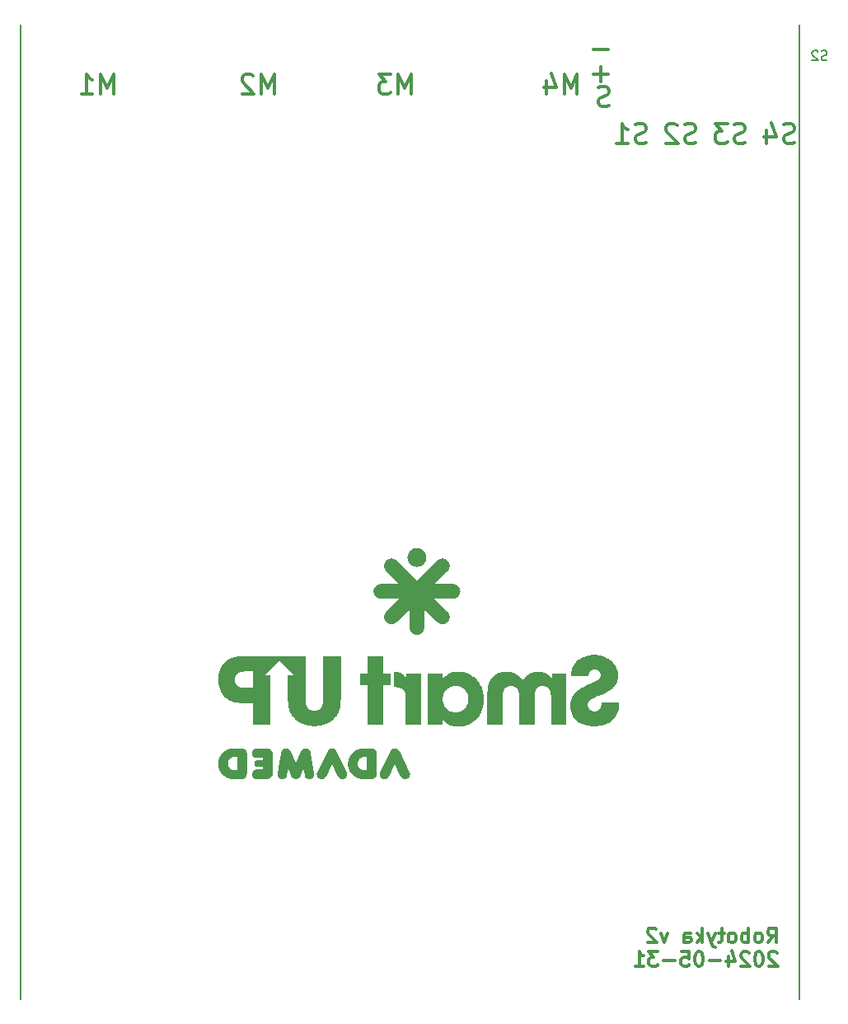
<source format=gbr>
%TF.GenerationSoftware,KiCad,Pcbnew,7.0.2-0*%
%TF.CreationDate,2024-06-06T04:37:27-07:00*%
%TF.ProjectId,version_1,76657273-696f-46e5-9f31-2e6b69636164,rev?*%
%TF.SameCoordinates,Original*%
%TF.FileFunction,Legend,Bot*%
%TF.FilePolarity,Positive*%
%FSLAX46Y46*%
G04 Gerber Fmt 4.6, Leading zero omitted, Abs format (unit mm)*
G04 Created by KiCad (PCBNEW 7.0.2-0) date 2024-06-06 04:37:27*
%MOMM*%
%LPD*%
G01*
G04 APERTURE LIST*
%ADD10C,0.000000*%
%ADD11C,0.150000*%
%ADD12C,0.300000*%
%ADD13R,1.700000X1.700000*%
%ADD14O,1.700000X1.700000*%
%ADD15C,1.600000*%
%ADD16C,0.770000*%
%ADD17C,3.200000*%
%ADD18O,1.800000X1.800000*%
%ADD19O,1.500000X1.500000*%
%ADD20C,1.800000*%
G04 APERTURE END LIST*
D10*
G36*
X66043164Y-94282544D02*
G01*
X66094337Y-94287356D01*
X66144931Y-94295593D01*
X66194530Y-94307433D01*
X66218826Y-94314760D01*
X66242716Y-94323055D01*
X66266149Y-94332339D01*
X66289072Y-94342635D01*
X66311434Y-94353966D01*
X66333181Y-94366353D01*
X66354263Y-94379818D01*
X66374626Y-94394385D01*
X66394218Y-94410074D01*
X66412988Y-94426909D01*
X66430883Y-94444911D01*
X66447852Y-94464104D01*
X66463841Y-94484508D01*
X66478798Y-94506147D01*
X66492673Y-94529042D01*
X66505412Y-94553216D01*
X66516963Y-94578691D01*
X66527274Y-94605489D01*
X66536293Y-94633632D01*
X66543967Y-94663144D01*
X66550246Y-94694045D01*
X66555075Y-94726358D01*
X66558404Y-94760106D01*
X66560180Y-94795310D01*
X66560180Y-96861937D01*
X66559563Y-96898235D01*
X66557709Y-96933226D01*
X66554620Y-96966920D01*
X66550295Y-96999329D01*
X66544733Y-97030463D01*
X66537934Y-97060332D01*
X66529898Y-97088948D01*
X66520624Y-97116321D01*
X66510113Y-97142462D01*
X66498364Y-97167382D01*
X66485376Y-97191091D01*
X66471150Y-97213600D01*
X66455685Y-97234920D01*
X66438981Y-97255061D01*
X66421037Y-97274035D01*
X66401854Y-97291851D01*
X66381430Y-97308522D01*
X66359766Y-97324056D01*
X66336861Y-97338466D01*
X66312715Y-97351762D01*
X66287328Y-97363954D01*
X66260699Y-97375053D01*
X66232829Y-97385071D01*
X66203716Y-97394017D01*
X66173361Y-97401902D01*
X66141763Y-97408738D01*
X66074837Y-97419303D01*
X66002936Y-97425797D01*
X65926059Y-97428306D01*
X65244087Y-97426911D01*
X65162060Y-97425095D01*
X65080962Y-97419525D01*
X65000898Y-97410277D01*
X64921977Y-97397430D01*
X64844303Y-97381059D01*
X64767984Y-97361241D01*
X64693126Y-97338055D01*
X64619836Y-97311577D01*
X64548220Y-97281884D01*
X64478385Y-97249054D01*
X64410438Y-97213162D01*
X64344484Y-97174287D01*
X64280631Y-97132505D01*
X64218985Y-97087894D01*
X64159652Y-97040531D01*
X64102739Y-96990492D01*
X64048353Y-96937855D01*
X63996600Y-96882697D01*
X63947587Y-96825095D01*
X63901420Y-96765126D01*
X63858206Y-96702867D01*
X63818051Y-96638395D01*
X63781062Y-96571787D01*
X63747345Y-96503121D01*
X63717007Y-96432473D01*
X63690155Y-96359921D01*
X63666894Y-96285541D01*
X63647332Y-96209411D01*
X63631576Y-96131607D01*
X63619730Y-96052208D01*
X63611903Y-95971289D01*
X63608201Y-95888929D01*
X63610425Y-95804409D01*
X64611829Y-95804409D01*
X64614196Y-95861933D01*
X64621319Y-95920696D01*
X64633224Y-95980048D01*
X64649942Y-96039341D01*
X64671501Y-96097925D01*
X64684105Y-96126748D01*
X64697930Y-96155151D01*
X64712980Y-96183052D01*
X64729257Y-96210370D01*
X64746767Y-96237023D01*
X64765513Y-96262932D01*
X64785497Y-96288014D01*
X64806724Y-96312189D01*
X64829197Y-96335375D01*
X64852921Y-96357491D01*
X64877897Y-96378456D01*
X64904131Y-96398188D01*
X64931626Y-96416608D01*
X64960385Y-96433633D01*
X64990411Y-96449182D01*
X65021710Y-96463175D01*
X65054283Y-96475530D01*
X65088135Y-96486165D01*
X65123269Y-96495001D01*
X65159690Y-96501955D01*
X65197400Y-96506946D01*
X65236403Y-96509894D01*
X65545607Y-96509894D01*
X65545607Y-95169589D01*
X65246765Y-95169589D01*
X65207720Y-95171434D01*
X65169971Y-95175050D01*
X65133513Y-95180377D01*
X65098338Y-95187354D01*
X65064443Y-95195920D01*
X65031820Y-95206013D01*
X65000465Y-95217572D01*
X64970372Y-95230536D01*
X64941534Y-95244845D01*
X64913947Y-95260437D01*
X64887604Y-95277250D01*
X64862500Y-95295225D01*
X64838629Y-95314299D01*
X64815986Y-95334412D01*
X64794565Y-95355502D01*
X64774360Y-95377509D01*
X64755365Y-95400372D01*
X64737575Y-95424028D01*
X64720984Y-95448418D01*
X64705587Y-95473480D01*
X64691377Y-95499153D01*
X64678349Y-95525376D01*
X64655817Y-95579227D01*
X64637944Y-95634545D01*
X64624685Y-95690840D01*
X64615995Y-95747625D01*
X64611829Y-95804409D01*
X63610425Y-95804409D01*
X63611905Y-95748153D01*
X63628616Y-95605787D01*
X63658349Y-95463321D01*
X63701122Y-95322248D01*
X63727403Y-95252699D01*
X63756950Y-95184058D01*
X63789765Y-95116511D01*
X63825849Y-95050245D01*
X63865206Y-94985445D01*
X63907836Y-94922299D01*
X63953743Y-94860993D01*
X64002927Y-94801713D01*
X64055391Y-94744645D01*
X64111138Y-94689978D01*
X64170168Y-94637895D01*
X64232485Y-94588586D01*
X64298090Y-94542234D01*
X64366984Y-94499028D01*
X64439171Y-94459154D01*
X64514653Y-94422798D01*
X64593430Y-94390147D01*
X64675506Y-94361386D01*
X64760881Y-94336703D01*
X64849560Y-94316284D01*
X64941542Y-94300316D01*
X65036831Y-94288985D01*
X65135428Y-94282477D01*
X65237335Y-94280979D01*
X65991831Y-94280979D01*
X66043164Y-94282544D01*
G37*
G36*
X62000240Y-94280719D02*
G01*
X62018970Y-94282041D01*
X62037683Y-94284038D01*
X62056366Y-94286729D01*
X62075005Y-94290136D01*
X62093586Y-94294278D01*
X62112096Y-94299175D01*
X62130521Y-94304849D01*
X62131922Y-94304849D01*
X62132010Y-94304907D01*
X62132097Y-94304964D01*
X62132184Y-94305023D01*
X62132268Y-94305081D01*
X62155578Y-94313334D01*
X62178456Y-94322671D01*
X62200857Y-94333080D01*
X62222735Y-94344544D01*
X62244043Y-94357050D01*
X62264736Y-94370584D01*
X62284766Y-94385130D01*
X62304088Y-94400674D01*
X62322656Y-94417202D01*
X62340422Y-94434699D01*
X62357342Y-94453150D01*
X62373369Y-94472542D01*
X62388456Y-94492860D01*
X62402558Y-94514088D01*
X62415628Y-94536213D01*
X62427620Y-94559220D01*
X63483752Y-96729808D01*
X63494204Y-96752737D01*
X63503350Y-96775919D01*
X63511204Y-96799314D01*
X63517783Y-96822878D01*
X63523102Y-96846570D01*
X63527176Y-96870348D01*
X63530020Y-96894171D01*
X63531650Y-96917996D01*
X63532082Y-96941782D01*
X63531331Y-96965486D01*
X63529413Y-96989068D01*
X63526342Y-97012484D01*
X63522134Y-97035694D01*
X63516805Y-97058655D01*
X63510370Y-97081325D01*
X63502845Y-97103664D01*
X63494244Y-97125628D01*
X63484584Y-97147176D01*
X63473880Y-97168267D01*
X63462147Y-97188857D01*
X63449400Y-97208907D01*
X63435656Y-97228373D01*
X63420930Y-97247213D01*
X63405236Y-97265387D01*
X63388591Y-97282852D01*
X63371009Y-97299566D01*
X63352507Y-97315487D01*
X63333100Y-97330574D01*
X63312802Y-97344785D01*
X63291631Y-97358077D01*
X63269600Y-97370410D01*
X63246726Y-97381741D01*
X63223294Y-97391946D01*
X63199607Y-97400873D01*
X63175707Y-97408537D01*
X63151638Y-97414955D01*
X63127441Y-97420140D01*
X63103159Y-97424109D01*
X63078835Y-97426875D01*
X63054510Y-97428455D01*
X63030228Y-97428864D01*
X63006031Y-97428116D01*
X62981961Y-97426227D01*
X62958061Y-97423211D01*
X62934374Y-97419085D01*
X62910942Y-97413863D01*
X62887806Y-97407560D01*
X62865011Y-97400191D01*
X62842598Y-97391772D01*
X62820610Y-97382318D01*
X62799089Y-97371843D01*
X62778078Y-97360363D01*
X62757619Y-97347894D01*
X62737755Y-97334449D01*
X62718528Y-97320045D01*
X62699981Y-97304697D01*
X62682156Y-97288419D01*
X62665096Y-97271227D01*
X62648843Y-97253136D01*
X62633440Y-97234160D01*
X62618929Y-97214316D01*
X62605352Y-97193618D01*
X62592753Y-97172082D01*
X62581173Y-97149722D01*
X61970567Y-95895797D01*
X61346925Y-97152983D01*
X61335163Y-97175231D01*
X61322390Y-97196651D01*
X61308646Y-97217227D01*
X61293976Y-97236945D01*
X61278421Y-97255789D01*
X61262025Y-97273746D01*
X61244829Y-97290800D01*
X61226876Y-97306936D01*
X61208210Y-97322140D01*
X61188871Y-97336397D01*
X61168904Y-97349691D01*
X61148350Y-97362008D01*
X61127252Y-97373334D01*
X61105653Y-97383653D01*
X61083594Y-97392950D01*
X61061120Y-97401211D01*
X61038271Y-97408421D01*
X61015092Y-97414565D01*
X60991623Y-97419628D01*
X60967909Y-97423596D01*
X60943991Y-97426453D01*
X60919911Y-97428184D01*
X60895714Y-97428776D01*
X60871440Y-97428212D01*
X60847133Y-97426479D01*
X60822835Y-97423561D01*
X60798589Y-97419443D01*
X60774437Y-97414111D01*
X60750421Y-97407550D01*
X60726585Y-97399745D01*
X60702971Y-97390681D01*
X60679622Y-97380344D01*
X60656850Y-97368830D01*
X60634930Y-97356319D01*
X60613876Y-97342854D01*
X60593703Y-97328476D01*
X60574426Y-97313228D01*
X60556061Y-97297151D01*
X60538622Y-97280288D01*
X60522124Y-97262682D01*
X60506582Y-97244373D01*
X60492011Y-97225405D01*
X60478427Y-97205819D01*
X60465843Y-97185658D01*
X60454276Y-97164963D01*
X60443740Y-97143777D01*
X60434250Y-97122141D01*
X60425821Y-97100099D01*
X60418468Y-97077691D01*
X60412206Y-97054961D01*
X60407050Y-97031950D01*
X60403015Y-97008701D01*
X60400116Y-96985255D01*
X60398368Y-96961655D01*
X60397786Y-96937942D01*
X60398385Y-96914160D01*
X60400180Y-96890350D01*
X60403186Y-96866553D01*
X60407418Y-96842813D01*
X60412890Y-96819172D01*
X60419619Y-96795670D01*
X60427619Y-96772352D01*
X60436904Y-96749258D01*
X60447490Y-96726431D01*
X61523996Y-94556076D01*
X61535705Y-94533855D01*
X61548410Y-94512475D01*
X61562069Y-94491946D01*
X61576642Y-94472283D01*
X61592087Y-94453498D01*
X61608364Y-94435603D01*
X61625431Y-94418612D01*
X61643248Y-94402537D01*
X61661772Y-94387391D01*
X61680963Y-94373186D01*
X61700780Y-94359937D01*
X61721182Y-94347655D01*
X61742128Y-94336353D01*
X61763576Y-94326045D01*
X61785485Y-94316742D01*
X61807815Y-94308457D01*
X61808748Y-94308223D01*
X61814919Y-94306247D01*
X61834577Y-94300073D01*
X61854332Y-94294737D01*
X61874160Y-94290232D01*
X61894038Y-94286556D01*
X61913944Y-94283703D01*
X61933854Y-94281671D01*
X61953745Y-94280455D01*
X61973594Y-94280050D01*
X61981507Y-94280050D01*
X62000240Y-94280719D01*
G37*
G36*
X71111605Y-86565935D02*
G01*
X71111602Y-86565935D01*
X71111602Y-86565933D01*
X71111605Y-86565935D01*
G37*
G36*
X88991193Y-84671590D02*
G01*
X89102589Y-84678172D01*
X89214091Y-84689099D01*
X89325447Y-84704340D01*
X89436400Y-84723861D01*
X89546696Y-84747628D01*
X89656079Y-84775609D01*
X89764296Y-84807769D01*
X89871090Y-84844075D01*
X89976208Y-84884495D01*
X90079393Y-84928994D01*
X90180392Y-84977539D01*
X90278949Y-85030097D01*
X90374809Y-85086634D01*
X90467718Y-85147117D01*
X90557420Y-85211513D01*
X90643661Y-85279789D01*
X90726185Y-85351910D01*
X90804738Y-85427843D01*
X90879065Y-85507556D01*
X90948911Y-85591015D01*
X91014020Y-85678185D01*
X91074139Y-85769035D01*
X91129011Y-85863531D01*
X91178383Y-85961638D01*
X91221999Y-86063325D01*
X91259604Y-86168556D01*
X91290943Y-86277300D01*
X91315762Y-86389523D01*
X91333806Y-86505191D01*
X91344819Y-86624270D01*
X91348546Y-86746729D01*
X91345004Y-86868518D01*
X91334618Y-86985549D01*
X91317746Y-87097918D01*
X91294749Y-87205723D01*
X91265986Y-87309062D01*
X91231816Y-87408032D01*
X91192599Y-87502730D01*
X91148695Y-87593254D01*
X91100463Y-87679703D01*
X91048262Y-87762172D01*
X90992451Y-87840761D01*
X90933391Y-87915566D01*
X90871441Y-87986685D01*
X90806960Y-88054215D01*
X90740308Y-88118255D01*
X90671845Y-88178902D01*
X90530920Y-88290405D01*
X90387062Y-88389506D01*
X90243147Y-88476986D01*
X90102050Y-88553624D01*
X89966648Y-88620201D01*
X89839817Y-88677498D01*
X89623368Y-88767374D01*
X89252118Y-88924190D01*
X89092485Y-88993091D01*
X88949211Y-89057009D01*
X88821571Y-89116963D01*
X88708839Y-89173968D01*
X88657836Y-89201683D01*
X88610288Y-89229042D01*
X88566104Y-89256172D01*
X88525193Y-89283201D01*
X88487465Y-89310255D01*
X88452829Y-89337463D01*
X88421193Y-89364950D01*
X88392468Y-89392843D01*
X88366562Y-89421271D01*
X88343385Y-89450360D01*
X88322846Y-89480238D01*
X88304854Y-89511030D01*
X88289319Y-89542865D01*
X88276149Y-89575870D01*
X88265255Y-89610172D01*
X88256545Y-89645897D01*
X88249928Y-89683173D01*
X88245314Y-89722127D01*
X88242613Y-89762887D01*
X88241732Y-89805578D01*
X88242483Y-89836044D01*
X88244725Y-89866604D01*
X88248443Y-89897188D01*
X88253620Y-89927728D01*
X88260242Y-89958152D01*
X88268292Y-89988393D01*
X88277756Y-90018379D01*
X88288617Y-90048042D01*
X88300860Y-90077312D01*
X88314469Y-90106119D01*
X88329429Y-90134394D01*
X88345724Y-90162068D01*
X88363338Y-90189069D01*
X88382255Y-90215330D01*
X88402461Y-90240780D01*
X88423939Y-90265349D01*
X88446674Y-90288969D01*
X88470650Y-90311569D01*
X88495852Y-90333081D01*
X88522264Y-90353433D01*
X88549870Y-90372558D01*
X88578654Y-90390384D01*
X88608602Y-90406843D01*
X88639697Y-90421865D01*
X88671924Y-90435381D01*
X88705267Y-90447320D01*
X88739711Y-90457613D01*
X88775240Y-90466191D01*
X88811838Y-90472984D01*
X88849489Y-90477922D01*
X88888179Y-90480936D01*
X88927891Y-90481956D01*
X88973830Y-90480157D01*
X89025100Y-90474237D01*
X89080555Y-90463413D01*
X89139052Y-90446900D01*
X89199446Y-90423916D01*
X89260592Y-90393675D01*
X89321346Y-90355395D01*
X89351219Y-90332996D01*
X89380564Y-90308292D01*
X89409240Y-90281187D01*
X89437102Y-90251582D01*
X89464007Y-90219379D01*
X89489814Y-90184481D01*
X89514377Y-90146789D01*
X89537556Y-90106205D01*
X89559206Y-90062631D01*
X89579184Y-90015971D01*
X89597348Y-89966124D01*
X89613554Y-89912994D01*
X89627659Y-89856483D01*
X89639520Y-89796492D01*
X89648995Y-89732923D01*
X89655940Y-89665680D01*
X89660211Y-89594662D01*
X89661667Y-89519774D01*
X91452852Y-89519774D01*
X91452852Y-89748882D01*
X91446684Y-89923209D01*
X91427175Y-90104999D01*
X91392818Y-90291669D01*
X91342104Y-90480637D01*
X91273527Y-90669324D01*
X91185579Y-90855147D01*
X91133869Y-90946177D01*
X91076752Y-91035524D01*
X91014038Y-91122864D01*
X90945539Y-91207874D01*
X90871066Y-91290232D01*
X90790432Y-91369616D01*
X90703448Y-91445702D01*
X90609925Y-91518167D01*
X90509674Y-91586690D01*
X90402509Y-91650948D01*
X90288239Y-91710617D01*
X90166676Y-91765375D01*
X90037633Y-91814899D01*
X89900920Y-91858868D01*
X89756350Y-91896957D01*
X89603733Y-91928844D01*
X89442882Y-91954207D01*
X89273608Y-91972723D01*
X89095722Y-91984069D01*
X88909036Y-91987923D01*
X88737629Y-91984639D01*
X88573578Y-91974939D01*
X88416759Y-91959049D01*
X88267045Y-91937196D01*
X88124311Y-91909607D01*
X87988432Y-91876508D01*
X87859281Y-91838127D01*
X87736733Y-91794690D01*
X87620663Y-91746423D01*
X87510944Y-91693555D01*
X87407452Y-91636310D01*
X87310061Y-91574917D01*
X87218645Y-91509602D01*
X87133078Y-91440591D01*
X87053236Y-91368112D01*
X86978991Y-91292392D01*
X86910220Y-91213656D01*
X86846795Y-91132132D01*
X86788592Y-91048046D01*
X86735485Y-90961626D01*
X86687348Y-90873098D01*
X86644056Y-90782689D01*
X86605483Y-90690625D01*
X86571504Y-90597134D01*
X86541993Y-90502441D01*
X86516824Y-90406775D01*
X86479010Y-90213427D01*
X86457059Y-90018904D01*
X86449965Y-89825020D01*
X86454035Y-89673703D01*
X86466876Y-89527036D01*
X86489436Y-89384740D01*
X86522666Y-89246533D01*
X86567513Y-89112136D01*
X86594589Y-89046278D01*
X86624925Y-88981268D01*
X86658640Y-88917070D01*
X86695853Y-88853649D01*
X86736681Y-88790971D01*
X86781243Y-88729000D01*
X86829659Y-88667701D01*
X86882046Y-88607039D01*
X86938524Y-88546980D01*
X86999210Y-88487488D01*
X87064223Y-88428528D01*
X87133683Y-88370065D01*
X87286413Y-88254490D01*
X87458351Y-88140483D01*
X87650444Y-88027765D01*
X87863641Y-87916054D01*
X88098890Y-87805072D01*
X88525324Y-87611722D01*
X88703946Y-87529132D01*
X88861233Y-87454331D01*
X88998484Y-87386120D01*
X89060001Y-87354112D01*
X89116995Y-87323300D01*
X89169629Y-87293537D01*
X89218064Y-87264671D01*
X89262463Y-87236553D01*
X89302987Y-87209033D01*
X89339799Y-87181960D01*
X89373061Y-87155186D01*
X89402935Y-87128559D01*
X89429584Y-87101930D01*
X89453169Y-87075150D01*
X89473852Y-87048067D01*
X89491796Y-87020532D01*
X89507163Y-86992395D01*
X89520115Y-86963507D01*
X89530814Y-86933716D01*
X89539422Y-86902874D01*
X89546101Y-86870830D01*
X89551014Y-86837434D01*
X89554323Y-86802537D01*
X89556189Y-86765988D01*
X89556775Y-86727637D01*
X89555890Y-86696697D01*
X89553271Y-86666450D01*
X89548973Y-86636913D01*
X89543050Y-86608108D01*
X89535555Y-86580051D01*
X89526543Y-86552763D01*
X89516069Y-86526262D01*
X89504185Y-86500567D01*
X89490948Y-86475698D01*
X89476409Y-86451673D01*
X89460625Y-86428512D01*
X89443648Y-86406233D01*
X89425534Y-86384855D01*
X89406336Y-86364398D01*
X89386109Y-86344880D01*
X89364906Y-86326321D01*
X89342781Y-86308739D01*
X89319790Y-86292154D01*
X89295986Y-86276584D01*
X89271423Y-86262049D01*
X89246156Y-86248567D01*
X89220238Y-86236158D01*
X89166668Y-86214633D01*
X89111146Y-86197627D01*
X89054106Y-86185292D01*
X89025152Y-86180923D01*
X88995981Y-86177779D01*
X88966647Y-86175879D01*
X88937204Y-86175241D01*
X88886832Y-86176533D01*
X88839275Y-86180330D01*
X88794446Y-86186510D01*
X88752257Y-86194954D01*
X88712623Y-86205541D01*
X88675455Y-86218150D01*
X88640667Y-86232660D01*
X88608171Y-86248952D01*
X88577879Y-86266905D01*
X88549706Y-86286398D01*
X88523563Y-86307311D01*
X88499364Y-86329523D01*
X88477020Y-86352915D01*
X88456446Y-86377364D01*
X88437554Y-86402751D01*
X88420257Y-86428955D01*
X88404467Y-86455857D01*
X88390097Y-86483334D01*
X88365270Y-86539536D01*
X88345078Y-86596597D01*
X88328823Y-86653554D01*
X88315809Y-86709441D01*
X88305337Y-86763295D01*
X88289231Y-86861050D01*
X88289231Y-86861052D01*
X86507125Y-86861052D01*
X86515552Y-86707611D01*
X86529318Y-86547420D01*
X86539598Y-86464936D01*
X86552887Y-86380935D01*
X86569743Y-86295474D01*
X86590725Y-86208610D01*
X86616391Y-86120399D01*
X86647298Y-86030898D01*
X86684005Y-85940164D01*
X86727070Y-85848254D01*
X86777051Y-85755225D01*
X86834506Y-85661133D01*
X86899994Y-85566035D01*
X86974073Y-85469988D01*
X87063252Y-85371537D01*
X87158835Y-85279729D01*
X87260305Y-85194523D01*
X87367145Y-85115879D01*
X87478839Y-85043756D01*
X87594871Y-84978116D01*
X87714724Y-84918917D01*
X87837882Y-84866119D01*
X87963829Y-84819683D01*
X88092048Y-84779569D01*
X88222022Y-84745736D01*
X88353237Y-84718144D01*
X88485174Y-84696754D01*
X88617318Y-84681525D01*
X88749152Y-84672416D01*
X88880160Y-84669389D01*
X88991193Y-84671590D01*
G37*
G36*
X83180995Y-86386649D02*
G01*
X83268319Y-86391078D01*
X83352001Y-86398275D01*
X83432119Y-86408086D01*
X83508751Y-86420362D01*
X83581976Y-86434948D01*
X83651874Y-86451695D01*
X83718521Y-86470449D01*
X83781998Y-86491059D01*
X83842382Y-86513373D01*
X83899753Y-86537239D01*
X83954190Y-86562505D01*
X84005769Y-86589020D01*
X84054572Y-86616631D01*
X84100675Y-86645187D01*
X84144158Y-86674536D01*
X84185100Y-86704526D01*
X84223578Y-86735004D01*
X84259672Y-86765820D01*
X84293461Y-86796821D01*
X84354436Y-86858770D01*
X84407132Y-86919639D01*
X84452179Y-86978210D01*
X84490206Y-87033270D01*
X84521842Y-87083603D01*
X84547717Y-87127994D01*
X84566811Y-87127994D01*
X84566811Y-86565935D01*
X86043785Y-86565935D01*
X86043782Y-86565938D01*
X86043782Y-91854747D01*
X84462264Y-91854747D01*
X84462264Y-89043168D01*
X84460514Y-88902689D01*
X84456357Y-88818474D01*
X84448263Y-88727679D01*
X84434918Y-88632355D01*
X84415011Y-88534555D01*
X84402186Y-88485368D01*
X84387228Y-88436330D01*
X84369973Y-88387700D01*
X84350256Y-88339733D01*
X84327915Y-88292686D01*
X84302784Y-88246815D01*
X84274701Y-88202377D01*
X84243499Y-88159629D01*
X84209016Y-88118826D01*
X84171088Y-88080226D01*
X84129550Y-88044085D01*
X84084239Y-88010659D01*
X84034989Y-87980204D01*
X83981638Y-87952979D01*
X83924021Y-87929238D01*
X83861974Y-87909238D01*
X83795333Y-87893236D01*
X83723933Y-87881489D01*
X83647612Y-87874252D01*
X83566204Y-87871783D01*
X83494379Y-87874140D01*
X83427041Y-87881048D01*
X83364045Y-87892258D01*
X83305248Y-87907523D01*
X83250505Y-87926595D01*
X83199669Y-87949227D01*
X83152598Y-87975172D01*
X83109145Y-88004183D01*
X83069167Y-88036011D01*
X83032519Y-88070409D01*
X82999055Y-88107130D01*
X82968631Y-88145926D01*
X82941102Y-88186550D01*
X82916324Y-88228754D01*
X82894151Y-88272292D01*
X82874440Y-88316915D01*
X82857044Y-88362376D01*
X82841820Y-88408427D01*
X82817307Y-88501311D01*
X82799743Y-88593589D01*
X82787969Y-88683279D01*
X82780828Y-88768402D01*
X82777160Y-88846979D01*
X82775616Y-88976575D01*
X82775616Y-91854744D01*
X81193632Y-91854744D01*
X81193632Y-88967378D01*
X81191919Y-88835571D01*
X81187853Y-88756682D01*
X81179933Y-88671688D01*
X81166876Y-88582501D01*
X81147398Y-88491034D01*
X81134850Y-88445043D01*
X81120214Y-88399199D01*
X81103331Y-88353742D01*
X81084040Y-88308910D01*
X81062181Y-88264943D01*
X81037593Y-88222080D01*
X81010114Y-88180559D01*
X80979586Y-88140620D01*
X80945847Y-88102503D01*
X80908737Y-88066445D01*
X80868095Y-88032687D01*
X80823761Y-88001467D01*
X80775574Y-87973024D01*
X80723373Y-87947598D01*
X80666999Y-87925428D01*
X80606290Y-87906753D01*
X80541087Y-87891811D01*
X80471228Y-87880842D01*
X80396552Y-87874086D01*
X80316901Y-87871781D01*
X80243309Y-87873925D01*
X80174315Y-87880229D01*
X80109771Y-87890499D01*
X80049528Y-87904542D01*
X79993438Y-87922163D01*
X79941352Y-87943170D01*
X79893123Y-87967368D01*
X79848602Y-87994564D01*
X79807641Y-88024564D01*
X79770091Y-88057175D01*
X79735804Y-88092202D01*
X79704632Y-88129453D01*
X79676426Y-88168734D01*
X79651039Y-88209851D01*
X79628321Y-88252610D01*
X79608125Y-88296818D01*
X79590301Y-88342281D01*
X79574703Y-88388805D01*
X79549587Y-88484264D01*
X79531591Y-88581645D01*
X79519528Y-88679399D01*
X79512210Y-88775978D01*
X79508453Y-88869831D01*
X79506871Y-89043166D01*
X79506871Y-91854744D01*
X77924771Y-91854744D01*
X77924771Y-88967378D01*
X77925748Y-88757055D01*
X77929015Y-88564476D01*
X77935074Y-88388188D01*
X77944427Y-88226739D01*
X77957577Y-88078678D01*
X77975026Y-87942552D01*
X77997277Y-87816910D01*
X78010359Y-87757566D01*
X78024831Y-87700299D01*
X78040754Y-87644927D01*
X78058192Y-87591268D01*
X78077206Y-87539142D01*
X78097861Y-87488366D01*
X78120219Y-87438758D01*
X78144342Y-87390139D01*
X78170293Y-87342325D01*
X78198135Y-87295136D01*
X78227932Y-87248390D01*
X78259745Y-87201905D01*
X78329673Y-87108995D01*
X78408421Y-87014953D01*
X78496493Y-86918327D01*
X78537205Y-86877395D01*
X78578793Y-86838536D01*
X78621187Y-86801699D01*
X78664318Y-86766834D01*
X78752509Y-86702817D01*
X78842811Y-86646079D01*
X78934665Y-86596212D01*
X79027514Y-86552813D01*
X79120802Y-86515473D01*
X79213970Y-86483788D01*
X79306461Y-86457351D01*
X79397718Y-86435757D01*
X79487184Y-86418598D01*
X79574301Y-86405470D01*
X79658513Y-86395966D01*
X79739261Y-86389680D01*
X79815989Y-86386207D01*
X79888139Y-86385139D01*
X79963247Y-86386384D01*
X80036806Y-86390076D01*
X80108825Y-86396153D01*
X80179312Y-86404553D01*
X80248276Y-86415212D01*
X80315724Y-86428068D01*
X80381665Y-86443058D01*
X80446108Y-86460121D01*
X80509061Y-86479192D01*
X80570532Y-86500209D01*
X80630530Y-86523111D01*
X80689064Y-86547833D01*
X80746141Y-86574314D01*
X80801771Y-86602491D01*
X80855961Y-86632300D01*
X80908720Y-86663681D01*
X80960057Y-86696569D01*
X81009979Y-86730902D01*
X81058496Y-86766618D01*
X81105615Y-86803654D01*
X81195695Y-86881434D01*
X81280287Y-86963742D01*
X81359459Y-87050077D01*
X81433276Y-87139938D01*
X81501808Y-87232822D01*
X81565121Y-87328229D01*
X81605043Y-87256776D01*
X81646180Y-87188869D01*
X81688460Y-87124426D01*
X81731811Y-87063362D01*
X81776163Y-87005594D01*
X81821443Y-86951037D01*
X81867580Y-86899608D01*
X81914502Y-86851223D01*
X81962137Y-86805798D01*
X82010415Y-86763250D01*
X82059262Y-86723494D01*
X82108609Y-86686446D01*
X82158382Y-86652023D01*
X82208511Y-86620141D01*
X82309548Y-86563663D01*
X82411147Y-86516343D01*
X82512736Y-86477508D01*
X82613740Y-86446489D01*
X82713588Y-86422614D01*
X82811705Y-86405212D01*
X82907520Y-86393613D01*
X83000459Y-86387146D01*
X83089949Y-86385139D01*
X83180995Y-86386649D01*
G37*
G36*
X68448832Y-94280719D02*
G01*
X68467531Y-94282041D01*
X68486168Y-94284038D01*
X68504754Y-94286729D01*
X68523302Y-94290136D01*
X68541824Y-94294278D01*
X68560332Y-94299175D01*
X68578840Y-94304849D01*
X68580121Y-94304849D01*
X68581288Y-94305081D01*
X68604514Y-94313334D01*
X68627316Y-94322671D01*
X68649647Y-94333080D01*
X68671462Y-94344544D01*
X68692712Y-94357050D01*
X68713351Y-94370584D01*
X68733333Y-94385130D01*
X68752610Y-94400674D01*
X68771134Y-94417202D01*
X68788861Y-94434699D01*
X68805742Y-94453150D01*
X68821730Y-94472542D01*
X68836779Y-94492860D01*
X68850842Y-94514088D01*
X68863872Y-94536213D01*
X68875821Y-94559220D01*
X69932421Y-96729808D01*
X69942842Y-96752737D01*
X69951959Y-96775919D01*
X69959789Y-96799314D01*
X69966346Y-96822878D01*
X69971645Y-96846570D01*
X69975703Y-96870348D01*
X69978534Y-96894171D01*
X69980154Y-96917996D01*
X69980577Y-96941782D01*
X69979820Y-96965486D01*
X69977897Y-96989068D01*
X69974824Y-97012484D01*
X69970616Y-97035694D01*
X69965289Y-97058655D01*
X69958857Y-97081325D01*
X69951337Y-97103664D01*
X69942742Y-97125628D01*
X69933090Y-97147176D01*
X69922394Y-97168267D01*
X69910670Y-97188857D01*
X69897934Y-97208907D01*
X69884201Y-97228373D01*
X69869486Y-97247213D01*
X69853805Y-97265387D01*
X69837172Y-97282852D01*
X69819603Y-97299566D01*
X69801114Y-97315487D01*
X69781719Y-97330574D01*
X69761435Y-97344785D01*
X69740275Y-97358077D01*
X69718256Y-97370410D01*
X69695393Y-97381741D01*
X69671960Y-97391946D01*
X69648270Y-97400873D01*
X69624366Y-97408537D01*
X69600290Y-97414955D01*
X69576085Y-97420140D01*
X69551794Y-97424109D01*
X69527458Y-97426875D01*
X69503122Y-97428455D01*
X69478826Y-97428864D01*
X69454614Y-97428116D01*
X69430529Y-97426227D01*
X69406613Y-97423211D01*
X69382908Y-97419085D01*
X69359458Y-97413863D01*
X69336304Y-97407560D01*
X69313490Y-97400191D01*
X69291058Y-97391772D01*
X69269050Y-97382318D01*
X69247509Y-97371843D01*
X69226479Y-97360363D01*
X69206000Y-97347894D01*
X69186117Y-97334449D01*
X69166871Y-97320045D01*
X69148305Y-97304697D01*
X69130462Y-97288419D01*
X69113384Y-97271227D01*
X69097115Y-97253136D01*
X69081695Y-97234160D01*
X69067169Y-97214316D01*
X69053578Y-97193618D01*
X69040966Y-97172082D01*
X69029375Y-97149722D01*
X68419238Y-95895797D01*
X68419231Y-95895797D01*
X67796054Y-97152983D01*
X67784271Y-97175231D01*
X67771478Y-97196651D01*
X67757716Y-97217227D01*
X67743028Y-97236945D01*
X67727457Y-97255789D01*
X67711044Y-97273746D01*
X67693832Y-97290800D01*
X67675864Y-97306936D01*
X67657182Y-97322140D01*
X67637829Y-97336397D01*
X67617846Y-97349691D01*
X67597276Y-97362008D01*
X67576162Y-97373334D01*
X67554546Y-97383653D01*
X67532470Y-97392950D01*
X67509977Y-97401211D01*
X67487109Y-97408421D01*
X67463908Y-97414565D01*
X67440418Y-97419628D01*
X67416680Y-97423596D01*
X67392737Y-97426453D01*
X67368630Y-97428184D01*
X67344404Y-97428776D01*
X67320099Y-97428212D01*
X67295759Y-97426479D01*
X67271426Y-97423561D01*
X67247141Y-97419443D01*
X67222948Y-97414111D01*
X67198890Y-97407550D01*
X67175007Y-97399745D01*
X67151343Y-97390681D01*
X67127941Y-97380344D01*
X67105210Y-97368830D01*
X67083327Y-97356319D01*
X67062305Y-97342854D01*
X67042161Y-97328476D01*
X67022909Y-97313228D01*
X67004564Y-97297151D01*
X66987143Y-97280288D01*
X66970660Y-97262682D01*
X66955130Y-97244373D01*
X66940569Y-97225405D01*
X66926992Y-97205819D01*
X66914415Y-97185658D01*
X66902851Y-97164963D01*
X66892317Y-97143777D01*
X66882828Y-97122141D01*
X66874400Y-97100099D01*
X66867046Y-97077691D01*
X66860784Y-97054961D01*
X66855627Y-97031950D01*
X66851591Y-97008701D01*
X66848691Y-96985255D01*
X66846943Y-96961655D01*
X66846362Y-96937942D01*
X66846963Y-96914160D01*
X66848762Y-96890350D01*
X66851773Y-96866553D01*
X66856011Y-96842813D01*
X66861493Y-96819172D01*
X66868233Y-96795670D01*
X66876246Y-96772352D01*
X66885549Y-96749258D01*
X66896155Y-96726431D01*
X67972195Y-94556076D01*
X67983946Y-94533855D01*
X67996690Y-94512475D01*
X68010385Y-94491946D01*
X68024989Y-94472283D01*
X68040460Y-94453498D01*
X68056758Y-94435603D01*
X68073840Y-94418612D01*
X68091665Y-94402537D01*
X68110192Y-94387391D01*
X68129378Y-94373186D01*
X68149182Y-94359937D01*
X68169562Y-94347655D01*
X68190478Y-94336353D01*
X68211886Y-94326045D01*
X68233746Y-94316742D01*
X68256016Y-94308457D01*
X68257415Y-94308223D01*
X68263469Y-94306247D01*
X68283084Y-94300073D01*
X68302801Y-94294737D01*
X68322603Y-94290232D01*
X68342472Y-94286556D01*
X68362389Y-94283703D01*
X68382338Y-94281671D01*
X68402301Y-94280455D01*
X68422259Y-94280050D01*
X68430058Y-94280050D01*
X68448832Y-94280719D01*
G37*
G36*
X52693323Y-94282544D02*
G01*
X52744492Y-94287356D01*
X52795083Y-94295593D01*
X52844678Y-94307433D01*
X52868973Y-94314760D01*
X52892863Y-94323055D01*
X52916295Y-94332339D01*
X52939219Y-94342635D01*
X52961582Y-94353966D01*
X52983332Y-94366353D01*
X53004417Y-94379818D01*
X53024784Y-94394385D01*
X53044383Y-94410074D01*
X53063160Y-94426909D01*
X53081065Y-94444911D01*
X53098044Y-94464104D01*
X53114046Y-94484508D01*
X53129019Y-94506147D01*
X53142910Y-94529042D01*
X53155668Y-94553216D01*
X53167241Y-94578691D01*
X53177576Y-94605489D01*
X53186622Y-94633632D01*
X53194326Y-94663144D01*
X53200637Y-94694045D01*
X53205503Y-94726358D01*
X53208871Y-94760106D01*
X53210689Y-94795310D01*
X53210689Y-96861937D01*
X53210071Y-96898235D01*
X53208217Y-96933226D01*
X53205126Y-96966920D01*
X53200798Y-96999329D01*
X53195233Y-97030463D01*
X53188431Y-97060332D01*
X53180391Y-97088948D01*
X53171113Y-97116321D01*
X53160596Y-97142462D01*
X53148842Y-97167382D01*
X53135848Y-97191091D01*
X53121616Y-97213600D01*
X53106144Y-97234920D01*
X53089432Y-97255061D01*
X53071480Y-97274035D01*
X53052289Y-97291851D01*
X53031857Y-97308522D01*
X53010184Y-97324056D01*
X52987270Y-97338466D01*
X52963115Y-97351762D01*
X52937718Y-97363954D01*
X52911079Y-97375053D01*
X52883198Y-97385071D01*
X52854075Y-97394017D01*
X52823710Y-97401902D01*
X52792101Y-97408738D01*
X52725153Y-97419303D01*
X52653231Y-97425797D01*
X52576331Y-97428306D01*
X51895060Y-97426911D01*
X51812980Y-97425095D01*
X51731834Y-97419525D01*
X51651727Y-97410277D01*
X51572766Y-97397430D01*
X51495056Y-97381059D01*
X51418705Y-97361241D01*
X51343818Y-97338055D01*
X51270502Y-97311577D01*
X51198863Y-97281884D01*
X51129007Y-97249054D01*
X51061041Y-97213162D01*
X50995070Y-97174287D01*
X50931202Y-97132505D01*
X50869542Y-97087894D01*
X50810197Y-97040531D01*
X50753273Y-96990492D01*
X50698877Y-96937855D01*
X50647113Y-96882697D01*
X50598090Y-96825095D01*
X50551913Y-96765126D01*
X50508688Y-96702867D01*
X50468522Y-96638395D01*
X50431521Y-96571787D01*
X50397791Y-96503121D01*
X50367439Y-96432473D01*
X50340571Y-96359921D01*
X50317292Y-96285541D01*
X50297710Y-96209411D01*
X50281931Y-96131607D01*
X50270061Y-96052208D01*
X50262206Y-95971289D01*
X50258473Y-95888929D01*
X50260697Y-95804409D01*
X51262098Y-95804409D01*
X51264470Y-95861933D01*
X51271607Y-95920696D01*
X51283534Y-95980048D01*
X51300279Y-96039341D01*
X51321868Y-96097925D01*
X51334488Y-96126748D01*
X51348329Y-96155151D01*
X51363394Y-96183052D01*
X51379688Y-96210370D01*
X51397213Y-96237023D01*
X51415972Y-96262932D01*
X51435970Y-96288014D01*
X51457209Y-96312189D01*
X51479692Y-96335375D01*
X51503424Y-96357491D01*
X51528408Y-96378456D01*
X51554646Y-96398188D01*
X51582143Y-96416608D01*
X51610901Y-96433633D01*
X51640924Y-96449182D01*
X51672216Y-96463175D01*
X51704779Y-96475530D01*
X51738617Y-96486165D01*
X51773734Y-96495001D01*
X51810133Y-96501955D01*
X51847817Y-96506946D01*
X51886789Y-96509894D01*
X52196694Y-96509894D01*
X52196694Y-95169589D01*
X51897032Y-95169589D01*
X51858007Y-95171434D01*
X51820275Y-95175050D01*
X51783830Y-95180377D01*
X51748667Y-95187354D01*
X51714780Y-95195920D01*
X51682163Y-95206013D01*
X51650812Y-95217572D01*
X51620720Y-95230536D01*
X51591882Y-95244845D01*
X51564293Y-95260437D01*
X51537947Y-95277250D01*
X51512838Y-95295225D01*
X51488962Y-95314299D01*
X51466312Y-95334412D01*
X51444884Y-95355502D01*
X51424671Y-95377509D01*
X51405668Y-95400372D01*
X51387869Y-95424028D01*
X51371270Y-95448418D01*
X51355865Y-95473480D01*
X51341647Y-95499153D01*
X51328612Y-95525376D01*
X51306068Y-95579227D01*
X51288189Y-95634545D01*
X51274930Y-95690840D01*
X51266248Y-95747625D01*
X51262098Y-95804409D01*
X50260697Y-95804409D01*
X50262177Y-95748153D01*
X50278892Y-95605787D01*
X50308634Y-95463321D01*
X50351420Y-95322248D01*
X50377709Y-95252699D01*
X50407266Y-95184058D01*
X50440093Y-95116511D01*
X50476190Y-95050245D01*
X50515562Y-94985445D01*
X50558209Y-94922299D01*
X50604134Y-94860993D01*
X50653339Y-94801713D01*
X50705827Y-94744645D01*
X50761598Y-94689978D01*
X50820656Y-94637895D01*
X50883002Y-94588586D01*
X50948638Y-94542234D01*
X51017568Y-94499028D01*
X51089792Y-94459154D01*
X51165312Y-94422798D01*
X51244132Y-94390147D01*
X51326253Y-94361386D01*
X51411677Y-94336703D01*
X51500407Y-94316284D01*
X51592443Y-94300316D01*
X51687790Y-94288985D01*
X51786448Y-94282477D01*
X51888419Y-94280979D01*
X52641991Y-94280979D01*
X52693323Y-94282544D01*
G37*
D11*
X30000000Y-20000000D02*
X30000000Y-120000000D01*
D10*
G36*
X68112338Y-74783962D02*
G01*
X68149326Y-74787337D01*
X68186211Y-74792463D01*
X68222923Y-74799340D01*
X68259392Y-74807966D01*
X68295548Y-74818341D01*
X68331323Y-74830463D01*
X68366646Y-74844330D01*
X68401447Y-74859942D01*
X68435657Y-74877298D01*
X68469207Y-74896396D01*
X68502025Y-74917235D01*
X68534044Y-74939815D01*
X68565192Y-74964133D01*
X68595401Y-74990188D01*
X68624600Y-75017981D01*
X70684707Y-77077976D01*
X72744467Y-75017981D01*
X72773667Y-74990188D01*
X72803880Y-74964133D01*
X72835034Y-74939815D01*
X72867061Y-74917235D01*
X72899890Y-74896396D01*
X72933452Y-74877298D01*
X72967677Y-74859942D01*
X73002494Y-74844330D01*
X73037834Y-74830463D01*
X73073627Y-74818341D01*
X73109803Y-74807967D01*
X73146292Y-74799341D01*
X73183025Y-74792464D01*
X73219931Y-74787338D01*
X73256940Y-74783963D01*
X73293984Y-74782341D01*
X73330991Y-74782474D01*
X73367892Y-74784362D01*
X73404618Y-74788006D01*
X73441097Y-74793407D01*
X73477261Y-74800568D01*
X73513040Y-74809488D01*
X73548362Y-74820170D01*
X73583160Y-74832614D01*
X73617363Y-74846821D01*
X73650900Y-74862793D01*
X73683703Y-74880531D01*
X73715700Y-74900036D01*
X73746823Y-74921309D01*
X73777002Y-74944351D01*
X73806166Y-74969164D01*
X73834246Y-74995748D01*
X73860893Y-75023889D01*
X73885764Y-75053108D01*
X73908861Y-75083334D01*
X73930184Y-75114498D01*
X73949735Y-75146531D01*
X73967515Y-75179363D01*
X73983527Y-75212924D01*
X73997770Y-75247146D01*
X74010247Y-75281958D01*
X74020959Y-75317291D01*
X74029908Y-75353076D01*
X74037095Y-75389243D01*
X74042520Y-75425722D01*
X74046187Y-75462445D01*
X74048095Y-75499341D01*
X74048247Y-75536341D01*
X74046644Y-75573375D01*
X74043287Y-75610374D01*
X74038178Y-75647269D01*
X74031318Y-75683989D01*
X74022709Y-75720466D01*
X74012351Y-75756630D01*
X74000247Y-75792412D01*
X73986397Y-75827741D01*
X73970804Y-75862548D01*
X73953468Y-75896764D01*
X73934391Y-75930320D01*
X73913574Y-75963146D01*
X73891019Y-75995171D01*
X73866728Y-76026328D01*
X73840701Y-76056545D01*
X73812940Y-76085755D01*
X72507793Y-77390204D01*
X74353345Y-77390204D01*
X74393659Y-77391223D01*
X74433456Y-77394182D01*
X74472684Y-77399033D01*
X74511295Y-77405728D01*
X74549238Y-77414219D01*
X74586463Y-77424457D01*
X74622920Y-77436394D01*
X74658560Y-77449982D01*
X74693332Y-77465173D01*
X74727187Y-77481919D01*
X74760073Y-77500171D01*
X74791943Y-77519881D01*
X74822744Y-77541002D01*
X74852429Y-77563484D01*
X74880945Y-77587280D01*
X74908245Y-77612341D01*
X74934277Y-77638620D01*
X74958991Y-77666067D01*
X74982338Y-77694636D01*
X75004268Y-77724277D01*
X75024731Y-77754943D01*
X75043676Y-77786585D01*
X75061055Y-77819155D01*
X75076816Y-77852605D01*
X75090910Y-77886886D01*
X75103287Y-77921951D01*
X75113897Y-77957752D01*
X75122689Y-77994239D01*
X75129615Y-78031365D01*
X75134624Y-78069083D01*
X75137666Y-78107342D01*
X75138691Y-78146096D01*
X75137664Y-78184744D01*
X75134615Y-78222902D01*
X75129596Y-78260523D01*
X75122656Y-78297559D01*
X75113846Y-78333960D01*
X75103217Y-78369678D01*
X75090819Y-78404666D01*
X75076701Y-78438874D01*
X75060916Y-78472254D01*
X75043513Y-78504759D01*
X75024542Y-78536338D01*
X75004054Y-78566945D01*
X74982099Y-78596530D01*
X74958728Y-78625046D01*
X74933992Y-78652444D01*
X74907940Y-78678675D01*
X74880623Y-78703691D01*
X74852091Y-78727444D01*
X74822395Y-78749885D01*
X74791585Y-78770967D01*
X74759712Y-78790640D01*
X74726826Y-78808856D01*
X74692978Y-78825566D01*
X74658217Y-78840724D01*
X74622595Y-78854279D01*
X74586161Y-78866184D01*
X74548967Y-78876390D01*
X74511062Y-78884849D01*
X74472496Y-78891512D01*
X74433322Y-78896332D01*
X74393588Y-78899259D01*
X74353345Y-78900245D01*
X72507793Y-78900245D01*
X73812940Y-80206204D01*
X73840701Y-80235351D01*
X73866728Y-80265512D01*
X73891019Y-80296618D01*
X73913574Y-80328597D01*
X73934391Y-80361381D01*
X73953468Y-80394899D01*
X73970804Y-80429082D01*
X73986397Y-80463859D01*
X74000247Y-80499161D01*
X74012351Y-80534918D01*
X74022709Y-80571060D01*
X74031318Y-80607516D01*
X74038178Y-80644218D01*
X74043287Y-80681095D01*
X74046644Y-80718078D01*
X74048247Y-80755096D01*
X74048095Y-80792079D01*
X74046187Y-80828959D01*
X74042520Y-80865663D01*
X74037095Y-80902124D01*
X74029908Y-80938271D01*
X74020959Y-80974034D01*
X74010247Y-81009343D01*
X73997770Y-81044128D01*
X73983527Y-81078319D01*
X73967515Y-81111847D01*
X73949735Y-81144642D01*
X73930184Y-81176633D01*
X73908861Y-81207751D01*
X73885764Y-81237926D01*
X73860893Y-81267088D01*
X73834246Y-81295167D01*
X73806207Y-81321815D01*
X73777078Y-81346685D01*
X73746930Y-81369780D01*
X73715833Y-81391101D01*
X73683857Y-81410649D01*
X73651072Y-81428427D01*
X73617548Y-81444435D01*
X73583356Y-81458675D01*
X73548564Y-81471149D01*
X73513245Y-81481858D01*
X73477467Y-81490803D01*
X73441301Y-81497986D01*
X73404817Y-81503408D01*
X73368085Y-81507071D01*
X73331175Y-81508976D01*
X73294158Y-81509125D01*
X73257103Y-81507520D01*
X73220080Y-81504161D01*
X73183161Y-81499050D01*
X73146414Y-81492189D01*
X73109910Y-81483579D01*
X73073720Y-81473221D01*
X73037913Y-81461118D01*
X73002559Y-81447270D01*
X72967728Y-81431679D01*
X72933492Y-81414347D01*
X72899919Y-81395274D01*
X72867080Y-81374463D01*
X72835045Y-81351915D01*
X72803885Y-81327631D01*
X72773668Y-81301613D01*
X72744467Y-81273863D01*
X71440018Y-79968483D01*
X71440018Y-81814035D01*
X71439032Y-81854352D01*
X71436103Y-81894154D01*
X71431282Y-81933392D01*
X71424615Y-81972016D01*
X71416151Y-82009975D01*
X71405939Y-82047219D01*
X71394027Y-82083698D01*
X71380462Y-82119361D01*
X71365294Y-82154159D01*
X71348570Y-82188041D01*
X71330339Y-82220957D01*
X71310648Y-82252856D01*
X71289547Y-82283689D01*
X71267083Y-82313405D01*
X71243304Y-82341955D01*
X71218260Y-82369287D01*
X71191997Y-82395352D01*
X71164565Y-82420099D01*
X71136011Y-82443478D01*
X71106384Y-82465439D01*
X71075732Y-82485932D01*
X71044103Y-82504907D01*
X71011546Y-82522312D01*
X70978109Y-82538099D01*
X70943839Y-82552217D01*
X70908786Y-82564615D01*
X70872997Y-82575243D01*
X70836521Y-82584052D01*
X70799405Y-82590991D01*
X70761699Y-82596009D01*
X70723450Y-82599057D01*
X70684707Y-82600084D01*
X70646018Y-82599055D01*
X70607823Y-82596003D01*
X70570170Y-82590977D01*
X70533106Y-82584028D01*
X70496681Y-82575207D01*
X70460942Y-82564565D01*
X70425937Y-82552151D01*
X70391715Y-82538017D01*
X70358324Y-82522213D01*
X70325812Y-82504790D01*
X70294227Y-82485797D01*
X70263618Y-82465286D01*
X70234032Y-82443307D01*
X70205517Y-82419911D01*
X70178123Y-82395148D01*
X70151897Y-82369069D01*
X70126887Y-82341724D01*
X70103141Y-82313164D01*
X70080708Y-82283439D01*
X70059636Y-82252601D01*
X70039972Y-82220698D01*
X70021766Y-82187783D01*
X70005065Y-82153905D01*
X69989918Y-82119116D01*
X69976372Y-82083465D01*
X69964476Y-82047003D01*
X69954278Y-82009781D01*
X69945826Y-81971849D01*
X69939168Y-81933258D01*
X69934353Y-81894058D01*
X69931429Y-81854301D01*
X69930443Y-81814035D01*
X69930443Y-79968483D01*
X68624600Y-81273863D01*
X68595402Y-81301613D01*
X68565197Y-81327631D01*
X68534055Y-81351915D01*
X68502045Y-81374463D01*
X68469236Y-81395274D01*
X68435697Y-81414347D01*
X68401499Y-81431679D01*
X68366711Y-81447270D01*
X68331402Y-81461118D01*
X68295642Y-81473221D01*
X68259500Y-81483579D01*
X68223045Y-81492189D01*
X68186348Y-81499050D01*
X68149476Y-81504161D01*
X68112501Y-81507520D01*
X68075491Y-81509125D01*
X68038516Y-81508976D01*
X68001645Y-81507071D01*
X67964948Y-81503408D01*
X67928494Y-81497986D01*
X67892352Y-81490803D01*
X67856593Y-81481858D01*
X67821285Y-81471149D01*
X67786498Y-81458675D01*
X67752301Y-81444435D01*
X67718764Y-81428427D01*
X67685956Y-81410649D01*
X67653948Y-81391101D01*
X67622807Y-81369780D01*
X67592604Y-81346685D01*
X67563408Y-81321815D01*
X67535288Y-81295167D01*
X67508652Y-81267138D01*
X67483791Y-81238018D01*
X67460705Y-81207877D01*
X67439393Y-81176785D01*
X67419853Y-81144814D01*
X67402083Y-81112033D01*
X67386082Y-81078512D01*
X67371848Y-81044323D01*
X67359381Y-81009535D01*
X67348679Y-80974220D01*
X67339740Y-80938447D01*
X67332563Y-80902286D01*
X67327146Y-80865809D01*
X67323489Y-80829086D01*
X67321589Y-80792187D01*
X67321445Y-80755182D01*
X67323056Y-80718142D01*
X67326421Y-80681137D01*
X67331537Y-80644238D01*
X67338404Y-80607515D01*
X67347020Y-80571039D01*
X67357384Y-80534879D01*
X67369494Y-80499107D01*
X67383348Y-80463793D01*
X67398946Y-80429006D01*
X67416286Y-80394819D01*
X67435367Y-80361300D01*
X67456186Y-80328520D01*
X67478743Y-80296551D01*
X67503036Y-80265461D01*
X67529064Y-80235322D01*
X67556826Y-80206204D01*
X68861974Y-78900245D01*
X67016072Y-78900245D01*
X66975869Y-78899259D01*
X66936168Y-78896332D01*
X66897020Y-78891512D01*
X66858474Y-78884849D01*
X66820583Y-78876390D01*
X66783397Y-78866184D01*
X66746966Y-78854279D01*
X66711342Y-78840724D01*
X66676575Y-78825566D01*
X66642717Y-78808856D01*
X66609817Y-78790640D01*
X66577926Y-78770967D01*
X66547097Y-78749885D01*
X66517378Y-78727444D01*
X66488822Y-78703691D01*
X66461478Y-78678675D01*
X66435398Y-78652444D01*
X66410632Y-78625046D01*
X66387232Y-78596530D01*
X66365248Y-78566945D01*
X66344730Y-78536338D01*
X66325730Y-78504759D01*
X66308299Y-78472254D01*
X66292487Y-78438874D01*
X66278345Y-78404666D01*
X66265923Y-78369678D01*
X66255274Y-78333960D01*
X66246446Y-78297559D01*
X66239492Y-78260523D01*
X66234462Y-78222902D01*
X66231407Y-78184744D01*
X66230377Y-78146096D01*
X66231404Y-78107341D01*
X66234453Y-78069079D01*
X66239473Y-78031357D01*
X66246413Y-77994225D01*
X66255223Y-77957730D01*
X66265853Y-77921921D01*
X66278253Y-77886847D01*
X66292372Y-77852556D01*
X66308160Y-77819095D01*
X66325566Y-77786514D01*
X66344541Y-77754862D01*
X66365033Y-77724185D01*
X66386992Y-77694533D01*
X66410369Y-77665955D01*
X66435112Y-77638498D01*
X66461172Y-77612210D01*
X66488498Y-77587141D01*
X66517039Y-77563339D01*
X66546746Y-77540852D01*
X66577568Y-77519728D01*
X66609454Y-77500016D01*
X66642355Y-77481764D01*
X66676220Y-77465021D01*
X66710998Y-77449835D01*
X66746640Y-77436254D01*
X66783094Y-77424327D01*
X66820311Y-77414102D01*
X66858240Y-77405628D01*
X66896831Y-77398953D01*
X66936034Y-77394125D01*
X66975797Y-77391193D01*
X67016072Y-77390204D01*
X68861974Y-77390204D01*
X67556826Y-76085755D01*
X67529064Y-76056576D01*
X67503036Y-76026385D01*
X67478743Y-75995252D01*
X67456186Y-75963246D01*
X67435367Y-75930437D01*
X67416286Y-75896895D01*
X67398946Y-75862689D01*
X67383348Y-75827889D01*
X67369494Y-75792565D01*
X67357384Y-75756786D01*
X67347020Y-75720622D01*
X67338404Y-75684144D01*
X67331537Y-75647420D01*
X67326421Y-75610520D01*
X67323056Y-75573515D01*
X67321445Y-75536473D01*
X67321589Y-75499464D01*
X67323489Y-75462559D01*
X67327146Y-75425826D01*
X67332563Y-75389336D01*
X67339740Y-75353159D01*
X67348679Y-75317363D01*
X67359381Y-75282019D01*
X67371848Y-75247196D01*
X67386082Y-75212964D01*
X67402083Y-75179394D01*
X67419853Y-75146553D01*
X67439393Y-75114513D01*
X67460705Y-75083343D01*
X67483791Y-75053112D01*
X67508652Y-75023891D01*
X67535288Y-74995748D01*
X67563367Y-74969164D01*
X67592527Y-74944351D01*
X67622699Y-74921308D01*
X67653814Y-74900035D01*
X67685801Y-74880530D01*
X67718591Y-74862792D01*
X67752114Y-74846820D01*
X67786301Y-74832613D01*
X67821082Y-74820169D01*
X67856386Y-74809487D01*
X67892145Y-74800567D01*
X67928289Y-74793406D01*
X67964748Y-74788005D01*
X68001452Y-74784361D01*
X68038331Y-74782473D01*
X68075317Y-74782340D01*
X68112338Y-74783962D01*
G37*
G36*
X55245137Y-94276356D02*
G01*
X55324810Y-94283866D01*
X55362778Y-94289545D01*
X55399489Y-94296527D01*
X55434933Y-94304827D01*
X55469100Y-94314460D01*
X55501981Y-94325439D01*
X55533568Y-94337781D01*
X55563850Y-94351500D01*
X55592819Y-94366611D01*
X55620465Y-94383129D01*
X55646780Y-94401069D01*
X55671752Y-94420445D01*
X55695375Y-94441272D01*
X55717637Y-94463566D01*
X55738531Y-94487340D01*
X55758046Y-94512611D01*
X55776174Y-94539392D01*
X55792904Y-94567700D01*
X55808229Y-94597547D01*
X55822137Y-94628950D01*
X55834622Y-94661924D01*
X55845672Y-94696482D01*
X55855279Y-94732640D01*
X55863433Y-94770414D01*
X55870126Y-94809816D01*
X55875347Y-94850864D01*
X55879088Y-94893571D01*
X55881340Y-94937952D01*
X55882092Y-94984022D01*
X55882092Y-96718163D01*
X55881340Y-96764254D01*
X55879088Y-96808653D01*
X55875347Y-96851375D01*
X55870126Y-96892435D01*
X55863433Y-96931849D01*
X55855279Y-96969630D01*
X55845672Y-97005795D01*
X55834622Y-97040359D01*
X55822137Y-97073335D01*
X55808229Y-97104740D01*
X55792904Y-97134588D01*
X55776174Y-97162894D01*
X55758046Y-97189673D01*
X55738531Y-97214940D01*
X55717637Y-97238710D01*
X55695375Y-97260999D01*
X55671752Y-97281820D01*
X55646780Y-97301190D01*
X55620465Y-97319122D01*
X55592819Y-97335633D01*
X55563850Y-97350737D01*
X55533568Y-97364448D01*
X55501981Y-97376783D01*
X55469100Y-97387756D01*
X55434933Y-97397382D01*
X55399489Y-97405675D01*
X55362778Y-97412652D01*
X55324810Y-97418326D01*
X55245137Y-97425829D01*
X55160544Y-97428303D01*
X54216867Y-97428303D01*
X54161689Y-97426245D01*
X54109789Y-97418699D01*
X54061194Y-97406028D01*
X54015933Y-97388598D01*
X53974033Y-97366771D01*
X53935522Y-97340913D01*
X53900428Y-97311388D01*
X53868780Y-97278559D01*
X53840604Y-97242792D01*
X53815930Y-97204449D01*
X53794784Y-97163897D01*
X53777195Y-97121498D01*
X53763191Y-97077616D01*
X53752800Y-97032617D01*
X53746049Y-96986865D01*
X53742967Y-96940722D01*
X53743581Y-96894555D01*
X53747919Y-96848726D01*
X53756010Y-96803601D01*
X53767881Y-96759543D01*
X53783560Y-96716917D01*
X53803075Y-96676086D01*
X53826454Y-96637416D01*
X53853725Y-96601270D01*
X53884916Y-96568012D01*
X53920055Y-96538007D01*
X53959169Y-96511619D01*
X54002287Y-96489212D01*
X54049436Y-96471151D01*
X54100645Y-96457798D01*
X54155941Y-96449520D01*
X54215353Y-96446680D01*
X54875206Y-96446680D01*
X54875206Y-96186606D01*
X54387772Y-96186606D01*
X54366375Y-96186134D01*
X54345249Y-96184734D01*
X54324419Y-96182429D01*
X54303914Y-96179241D01*
X54283760Y-96175195D01*
X54263983Y-96170314D01*
X54244611Y-96164620D01*
X54225670Y-96158137D01*
X54207187Y-96150888D01*
X54189188Y-96142897D01*
X54171702Y-96134186D01*
X54154754Y-96124779D01*
X54138372Y-96114698D01*
X54122581Y-96103968D01*
X54107410Y-96092612D01*
X54092884Y-96080652D01*
X54079031Y-96068112D01*
X54065878Y-96055015D01*
X54053450Y-96041384D01*
X54041776Y-96027243D01*
X54030881Y-96012614D01*
X54020793Y-95997522D01*
X54011539Y-95981988D01*
X54003145Y-95966037D01*
X53995638Y-95949691D01*
X53989045Y-95932975D01*
X53983393Y-95915910D01*
X53978708Y-95898520D01*
X53975018Y-95880829D01*
X53972349Y-95862859D01*
X53970727Y-95844634D01*
X53970181Y-95826177D01*
X53970727Y-95807659D01*
X53972349Y-95789380D01*
X53975018Y-95771363D01*
X53978708Y-95753631D01*
X53983393Y-95736207D01*
X53989045Y-95719113D01*
X53995638Y-95702372D01*
X54003145Y-95686008D01*
X54011539Y-95670043D01*
X54020793Y-95654500D01*
X54030881Y-95639403D01*
X54041776Y-95624772D01*
X54053450Y-95610633D01*
X54065878Y-95597007D01*
X54079031Y-95583918D01*
X54092884Y-95571388D01*
X54107410Y-95559440D01*
X54122581Y-95548097D01*
X54138372Y-95537382D01*
X54154754Y-95527318D01*
X54171702Y-95517927D01*
X54189188Y-95509234D01*
X54207187Y-95501259D01*
X54225670Y-95494027D01*
X54244611Y-95487560D01*
X54263983Y-95481881D01*
X54283760Y-95477013D01*
X54303914Y-95472979D01*
X54324419Y-95469801D01*
X54345249Y-95467503D01*
X54366375Y-95466108D01*
X54387772Y-95465638D01*
X54875206Y-95465638D01*
X54875206Y-95255737D01*
X54215353Y-95255737D01*
X54155941Y-95252897D01*
X54100645Y-95244621D01*
X54049436Y-95231272D01*
X54002287Y-95213214D01*
X53959169Y-95190811D01*
X53920055Y-95164428D01*
X53884916Y-95134428D01*
X53853725Y-95101176D01*
X53826454Y-95065035D01*
X53803075Y-95026370D01*
X53783560Y-94985545D01*
X53767881Y-94942923D01*
X53756010Y-94898869D01*
X53747919Y-94853746D01*
X53743581Y-94807920D01*
X53742967Y-94761753D01*
X53746049Y-94715610D01*
X53752800Y-94669855D01*
X53763191Y-94624852D01*
X53777195Y-94580965D01*
X53794784Y-94538558D01*
X53815930Y-94497995D01*
X53840604Y-94459640D01*
X53868780Y-94423857D01*
X53900428Y-94391011D01*
X53935522Y-94361465D01*
X53974033Y-94335583D01*
X54015933Y-94313729D01*
X54061194Y-94296268D01*
X54109789Y-94283563D01*
X54161689Y-94275979D01*
X54216867Y-94273879D01*
X55160544Y-94273879D01*
X55245137Y-94276356D01*
G37*
G36*
X70734973Y-73692794D02*
G01*
X70784240Y-73696543D01*
X70832791Y-73702717D01*
X70880567Y-73711254D01*
X70927505Y-73722094D01*
X70973546Y-73735175D01*
X71018627Y-73750435D01*
X71062689Y-73767815D01*
X71105669Y-73787251D01*
X71147507Y-73808684D01*
X71188141Y-73832052D01*
X71227512Y-73857294D01*
X71265557Y-73884349D01*
X71302215Y-73913155D01*
X71337426Y-73943652D01*
X71371129Y-73975777D01*
X71403261Y-74009470D01*
X71433764Y-74044670D01*
X71462574Y-74081316D01*
X71489632Y-74119346D01*
X71514876Y-74158698D01*
X71538245Y-74199313D01*
X71559679Y-74241128D01*
X71579115Y-74284083D01*
X71596493Y-74328116D01*
X71611753Y-74373166D01*
X71624832Y-74419172D01*
X71635670Y-74466073D01*
X71644206Y-74513807D01*
X71650379Y-74562313D01*
X71654127Y-74611530D01*
X71655390Y-74661398D01*
X71654127Y-74711349D01*
X71650379Y-74760645D01*
X71644206Y-74809224D01*
X71635670Y-74857025D01*
X71624832Y-74903988D01*
X71611753Y-74950051D01*
X71596493Y-74995153D01*
X71579115Y-75039233D01*
X71559679Y-75082231D01*
X71538245Y-75124085D01*
X71514876Y-75164734D01*
X71489632Y-75204117D01*
X71462574Y-75242174D01*
X71433764Y-75278844D01*
X71403261Y-75314065D01*
X71371129Y-75347776D01*
X71337426Y-75379916D01*
X71302215Y-75410425D01*
X71265557Y-75439241D01*
X71227512Y-75466304D01*
X71188141Y-75491552D01*
X71147507Y-75514925D01*
X71105669Y-75536361D01*
X71062689Y-75555800D01*
X71018627Y-75573180D01*
X70973546Y-75588441D01*
X70927505Y-75601521D01*
X70880567Y-75612360D01*
X70832791Y-75620896D01*
X70784240Y-75627069D01*
X70734973Y-75630817D01*
X70685053Y-75632080D01*
X70635112Y-75630817D01*
X70585826Y-75627069D01*
X70537255Y-75620896D01*
X70489460Y-75612360D01*
X70442504Y-75601521D01*
X70396445Y-75588441D01*
X70351347Y-75573180D01*
X70307269Y-75555800D01*
X70264273Y-75536362D01*
X70222420Y-75514926D01*
X70181771Y-75491553D01*
X70142387Y-75466305D01*
X70104329Y-75439242D01*
X70067658Y-75410426D01*
X70032435Y-75379917D01*
X69998722Y-75347777D01*
X69966578Y-75314066D01*
X69936066Y-75278845D01*
X69907247Y-75242176D01*
X69880180Y-75204119D01*
X69854928Y-75164735D01*
X69831552Y-75124086D01*
X69810112Y-75082232D01*
X69790670Y-75039234D01*
X69773286Y-74995154D01*
X69758023Y-74950051D01*
X69744940Y-74903989D01*
X69734098Y-74857026D01*
X69725560Y-74809225D01*
X69719386Y-74760645D01*
X69715636Y-74711349D01*
X69714373Y-74661398D01*
X69715636Y-74611530D01*
X69719386Y-74562313D01*
X69725560Y-74513807D01*
X69734098Y-74466073D01*
X69744939Y-74419172D01*
X69758022Y-74373166D01*
X69773286Y-74328116D01*
X69790669Y-74284083D01*
X69810111Y-74241128D01*
X69831551Y-74199313D01*
X69854927Y-74158698D01*
X69880179Y-74119346D01*
X69907245Y-74081316D01*
X69936064Y-74044670D01*
X69966576Y-74009470D01*
X69998719Y-73975777D01*
X70032433Y-73943652D01*
X70067656Y-73913155D01*
X70104327Y-73884349D01*
X70142385Y-73857294D01*
X70181769Y-73832052D01*
X70222418Y-73808684D01*
X70264271Y-73787251D01*
X70307267Y-73767815D01*
X70351344Y-73750435D01*
X70396443Y-73735175D01*
X70442502Y-73722094D01*
X70489459Y-73711254D01*
X70537253Y-73702717D01*
X70585825Y-73696543D01*
X70635112Y-73692794D01*
X70685053Y-73691530D01*
X70734973Y-73692794D01*
G37*
G36*
X59292052Y-94280557D02*
G01*
X59317846Y-94282085D01*
X59343005Y-94284628D01*
X59367528Y-94288184D01*
X59391411Y-94292751D01*
X59414653Y-94298325D01*
X59437251Y-94304904D01*
X59459201Y-94312486D01*
X59480503Y-94321069D01*
X59501152Y-94330649D01*
X59521147Y-94341224D01*
X59540484Y-94352791D01*
X59559162Y-94365349D01*
X59577178Y-94378894D01*
X59594529Y-94393424D01*
X59611213Y-94408937D01*
X59627227Y-94425429D01*
X59642568Y-94442899D01*
X59657235Y-94461343D01*
X59671224Y-94480760D01*
X59684533Y-94501146D01*
X59697159Y-94522500D01*
X59709100Y-94544818D01*
X59720353Y-94568099D01*
X59730916Y-94592339D01*
X59740786Y-94617536D01*
X59749961Y-94643687D01*
X59758438Y-94670791D01*
X59773287Y-94727843D01*
X59785314Y-94788673D01*
X60107438Y-96800701D01*
X60115535Y-96867886D01*
X60117522Y-96931606D01*
X60113761Y-96991808D01*
X60104619Y-97048438D01*
X60090460Y-97101444D01*
X60071647Y-97150773D01*
X60048546Y-97196372D01*
X60021522Y-97238188D01*
X59990938Y-97276169D01*
X59957159Y-97310261D01*
X59920550Y-97340412D01*
X59881475Y-97366568D01*
X59840299Y-97388678D01*
X59797386Y-97406687D01*
X59753100Y-97420544D01*
X59707807Y-97430195D01*
X59661871Y-97435588D01*
X59615656Y-97436669D01*
X59569527Y-97433386D01*
X59523848Y-97425686D01*
X59478984Y-97413516D01*
X59435300Y-97396823D01*
X59393159Y-97375554D01*
X59352926Y-97349657D01*
X59314967Y-97319078D01*
X59279645Y-97283765D01*
X59247325Y-97243665D01*
X59218371Y-97198724D01*
X59193148Y-97148891D01*
X59172021Y-97094112D01*
X59155353Y-97034334D01*
X59143510Y-96969505D01*
X59049211Y-96309425D01*
X58758166Y-97017702D01*
X58740252Y-97059402D01*
X58720589Y-97100053D01*
X58699152Y-97139426D01*
X58675915Y-97177297D01*
X58650854Y-97213438D01*
X58623945Y-97247624D01*
X58595162Y-97279628D01*
X58564479Y-97309223D01*
X58548419Y-97323047D01*
X58531874Y-97336185D01*
X58514842Y-97348607D01*
X58497319Y-97360285D01*
X58479304Y-97371192D01*
X58460791Y-97381299D01*
X58441780Y-97390577D01*
X58422265Y-97398999D01*
X58402245Y-97406536D01*
X58381716Y-97413160D01*
X58360674Y-97418843D01*
X58339118Y-97423555D01*
X58317043Y-97427270D01*
X58294447Y-97429958D01*
X58271326Y-97431592D01*
X58247678Y-97432143D01*
X58224072Y-97431592D01*
X58200991Y-97429958D01*
X58178433Y-97427270D01*
X58156393Y-97423555D01*
X58134868Y-97418842D01*
X58113857Y-97413160D01*
X58093355Y-97406536D01*
X58073360Y-97398999D01*
X58053869Y-97390577D01*
X58034878Y-97381298D01*
X58016384Y-97371191D01*
X57998385Y-97360285D01*
X57980878Y-97348606D01*
X57963858Y-97336184D01*
X57931273Y-97309222D01*
X57900604Y-97279627D01*
X57871828Y-97247623D01*
X57844920Y-97213437D01*
X57819855Y-97177296D01*
X57796610Y-97139425D01*
X57775160Y-97100052D01*
X57755480Y-97059402D01*
X57737547Y-97017702D01*
X57446502Y-96309425D01*
X57352091Y-96969505D01*
X57340247Y-97034334D01*
X57323580Y-97094112D01*
X57302452Y-97148891D01*
X57277230Y-97198724D01*
X57248277Y-97243665D01*
X57215959Y-97283765D01*
X57180639Y-97319078D01*
X57142683Y-97349657D01*
X57102455Y-97375554D01*
X57060320Y-97396823D01*
X57016642Y-97413516D01*
X56971787Y-97425686D01*
X56926118Y-97433386D01*
X56880001Y-97436669D01*
X56833799Y-97435588D01*
X56787878Y-97430195D01*
X56742603Y-97420544D01*
X56698337Y-97406687D01*
X56655446Y-97388678D01*
X56614294Y-97366568D01*
X56575246Y-97340412D01*
X56538666Y-97310261D01*
X56504919Y-97276169D01*
X56474371Y-97238188D01*
X56447384Y-97196372D01*
X56424325Y-97150773D01*
X56405557Y-97101444D01*
X56391446Y-97048438D01*
X56382355Y-96991808D01*
X56378650Y-96931606D01*
X56380695Y-96867886D01*
X56388855Y-96800701D01*
X56560148Y-95728858D01*
X58247678Y-95728858D01*
X58247689Y-95728858D01*
X58247683Y-95728847D01*
X58247678Y-95728858D01*
X56560148Y-95728858D01*
X56710399Y-94788673D01*
X56722363Y-94727843D01*
X56737152Y-94670791D01*
X56754750Y-94617536D01*
X56775136Y-94568099D01*
X56786368Y-94544818D01*
X56798291Y-94522500D01*
X56810901Y-94501146D01*
X56824196Y-94480760D01*
X56838174Y-94461343D01*
X56852833Y-94442899D01*
X56868169Y-94425429D01*
X56884182Y-94408937D01*
X56900867Y-94393424D01*
X56918223Y-94378894D01*
X56936248Y-94365349D01*
X56954939Y-94352791D01*
X56974294Y-94341224D01*
X56994310Y-94330649D01*
X57014985Y-94321069D01*
X57036317Y-94312486D01*
X57058302Y-94304904D01*
X57080940Y-94298325D01*
X57104227Y-94292751D01*
X57128161Y-94288184D01*
X57152740Y-94284628D01*
X57177961Y-94282085D01*
X57203822Y-94280557D01*
X57230320Y-94280048D01*
X57265234Y-94281150D01*
X57299871Y-94284375D01*
X57334178Y-94289867D01*
X57368097Y-94297768D01*
X57401575Y-94308221D01*
X57434556Y-94321368D01*
X57466984Y-94337353D01*
X57482973Y-94346454D01*
X57498804Y-94356318D01*
X57514469Y-94366962D01*
X57529962Y-94378405D01*
X57545275Y-94390664D01*
X57560401Y-94403758D01*
X57575334Y-94417703D01*
X57590067Y-94432519D01*
X57604592Y-94448222D01*
X57618904Y-94464831D01*
X57632994Y-94482363D01*
X57646857Y-94500836D01*
X57660484Y-94520269D01*
X57673870Y-94540678D01*
X57687007Y-94562083D01*
X57699889Y-94584499D01*
X57724858Y-94632443D01*
X58247683Y-95728847D01*
X58770743Y-94632443D01*
X58783113Y-94607947D01*
X58795750Y-94584499D01*
X58808647Y-94562083D01*
X58821797Y-94540678D01*
X58835195Y-94520269D01*
X58848832Y-94500836D01*
X58862702Y-94482363D01*
X58876799Y-94464831D01*
X58891116Y-94448222D01*
X58905646Y-94432519D01*
X58920383Y-94417703D01*
X58935319Y-94403758D01*
X58950448Y-94390664D01*
X58965763Y-94378405D01*
X58981258Y-94366962D01*
X58996926Y-94356318D01*
X59012760Y-94346454D01*
X59028753Y-94337353D01*
X59044898Y-94328997D01*
X59061190Y-94321368D01*
X59094184Y-94308221D01*
X59127682Y-94297768D01*
X59161629Y-94289867D01*
X59195971Y-94284375D01*
X59230655Y-94281150D01*
X59265627Y-94280048D01*
X59292052Y-94280557D01*
G37*
D11*
X110000000Y-20000000D02*
X110000000Y-120000000D01*
D10*
G36*
X75030724Y-86388307D02*
G01*
X75161312Y-86397758D01*
X75290551Y-86413411D01*
X75418242Y-86435187D01*
X75544187Y-86463005D01*
X75668187Y-86496786D01*
X75790042Y-86536448D01*
X75909555Y-86581912D01*
X76026526Y-86633098D01*
X76140756Y-86689926D01*
X76252047Y-86752314D01*
X76360200Y-86820184D01*
X76465015Y-86893456D01*
X76566294Y-86972048D01*
X76663838Y-87055881D01*
X76757449Y-87144874D01*
X76846926Y-87238948D01*
X76932073Y-87338023D01*
X77012688Y-87442017D01*
X77088575Y-87550852D01*
X77159533Y-87664447D01*
X77225365Y-87782721D01*
X77285870Y-87905595D01*
X77340851Y-88032988D01*
X77390108Y-88164821D01*
X77433443Y-88301013D01*
X77470656Y-88441484D01*
X77501550Y-88586153D01*
X77525924Y-88734942D01*
X77543581Y-88887769D01*
X77554320Y-89044554D01*
X77557944Y-89205218D01*
X77555078Y-89346728D01*
X77546513Y-89486857D01*
X77532303Y-89625399D01*
X77512499Y-89762152D01*
X77487153Y-89896910D01*
X77456318Y-90029471D01*
X77420046Y-90159630D01*
X77378390Y-90287183D01*
X77331401Y-90411926D01*
X77279131Y-90533656D01*
X77221634Y-90652167D01*
X77158960Y-90767257D01*
X77091163Y-90878721D01*
X77018295Y-90986355D01*
X76940407Y-91089956D01*
X76857553Y-91189319D01*
X76769783Y-91284240D01*
X76677152Y-91374515D01*
X76579709Y-91459941D01*
X76477509Y-91540313D01*
X76370603Y-91615428D01*
X76259043Y-91685081D01*
X76142882Y-91749069D01*
X76022172Y-91807187D01*
X75896965Y-91859231D01*
X75767313Y-91904999D01*
X75633269Y-91944284D01*
X75494884Y-91976884D01*
X75352211Y-92002595D01*
X75205303Y-92021213D01*
X75054211Y-92032533D01*
X74898987Y-92036351D01*
X74782519Y-92033540D01*
X74665783Y-92025072D01*
X74549410Y-92010892D01*
X74434026Y-91990949D01*
X74320260Y-91965188D01*
X74208740Y-91933558D01*
X74100095Y-91896003D01*
X73994952Y-91852472D01*
X73943891Y-91828448D01*
X73893941Y-91802911D01*
X73845181Y-91775852D01*
X73797689Y-91747266D01*
X73751544Y-91717146D01*
X73706825Y-91685485D01*
X73663609Y-91652277D01*
X73621976Y-91617515D01*
X73582004Y-91581192D01*
X73543771Y-91543302D01*
X73507357Y-91503837D01*
X73472839Y-91462792D01*
X73440296Y-91420160D01*
X73409807Y-91375934D01*
X73381450Y-91330107D01*
X73355304Y-91282673D01*
X73336329Y-91282673D01*
X73336329Y-91854744D01*
X71754343Y-91854744D01*
X71754343Y-89205215D01*
X73336329Y-89205215D01*
X73340319Y-89305369D01*
X73352605Y-89411389D01*
X73373660Y-89521573D01*
X73403957Y-89634221D01*
X73443970Y-89747631D01*
X73494172Y-89860103D01*
X73523241Y-89915456D01*
X73555035Y-89969936D01*
X73589613Y-90023332D01*
X73627034Y-90075429D01*
X73667357Y-90126017D01*
X73710642Y-90174882D01*
X73756947Y-90221811D01*
X73806331Y-90266592D01*
X73858854Y-90309012D01*
X73914575Y-90348859D01*
X73973553Y-90385921D01*
X74035848Y-90419983D01*
X74101517Y-90450835D01*
X74170621Y-90478263D01*
X74243219Y-90502054D01*
X74319370Y-90521997D01*
X74399133Y-90537878D01*
X74482567Y-90549485D01*
X74569731Y-90556605D01*
X74660684Y-90559025D01*
X74748334Y-90556605D01*
X74832559Y-90549489D01*
X74913402Y-90537894D01*
X74990906Y-90522035D01*
X75065112Y-90502129D01*
X75136063Y-90478392D01*
X75203800Y-90451040D01*
X75268365Y-90420289D01*
X75329801Y-90386356D01*
X75388150Y-90349456D01*
X75443454Y-90309807D01*
X75495754Y-90267623D01*
X75545093Y-90223122D01*
X75591513Y-90176519D01*
X75635055Y-90128031D01*
X75675763Y-90077874D01*
X75713678Y-90026264D01*
X75748842Y-89973417D01*
X75781297Y-89919550D01*
X75811085Y-89864878D01*
X75862829Y-89753986D01*
X75904411Y-89642472D01*
X75936167Y-89532063D01*
X75958433Y-89424491D01*
X75971545Y-89321484D01*
X75975842Y-89224772D01*
X75971127Y-89110454D01*
X75956881Y-88993712D01*
X75932949Y-88875898D01*
X75899178Y-88758364D01*
X75855414Y-88642463D01*
X75829736Y-88585547D01*
X75801503Y-88529546D01*
X75770694Y-88474630D01*
X75737290Y-88420966D01*
X75701274Y-88368725D01*
X75662624Y-88318075D01*
X75621322Y-88269185D01*
X75577349Y-88222225D01*
X75530685Y-88177362D01*
X75481311Y-88134768D01*
X75429208Y-88094609D01*
X75374357Y-88057056D01*
X75316739Y-88022277D01*
X75256334Y-87990441D01*
X75193123Y-87961718D01*
X75127086Y-87936276D01*
X75058206Y-87914285D01*
X74986461Y-87895913D01*
X74911834Y-87881329D01*
X74834305Y-87870703D01*
X74753854Y-87864203D01*
X74670463Y-87861999D01*
X74587819Y-87864043D01*
X74507853Y-87870078D01*
X74430560Y-87879964D01*
X74355937Y-87893559D01*
X74283981Y-87910721D01*
X74214688Y-87931309D01*
X74148055Y-87955181D01*
X74084078Y-87982196D01*
X74022753Y-88012212D01*
X73964078Y-88045087D01*
X73908049Y-88080680D01*
X73854661Y-88118849D01*
X73803912Y-88159453D01*
X73755798Y-88202351D01*
X73710315Y-88247399D01*
X73667461Y-88294458D01*
X73627231Y-88343385D01*
X73589622Y-88394039D01*
X73554631Y-88446278D01*
X73522253Y-88499960D01*
X73492486Y-88554945D01*
X73465326Y-88611090D01*
X73440769Y-88668254D01*
X73418812Y-88726295D01*
X73382683Y-88844442D01*
X73356912Y-88964400D01*
X73341470Y-89085035D01*
X73336329Y-89205215D01*
X71754343Y-89205215D01*
X71754343Y-86565935D01*
X73336329Y-86565935D01*
X73336329Y-87127994D01*
X73355304Y-87127994D01*
X73394521Y-87066318D01*
X73440791Y-87003155D01*
X73494238Y-86939261D01*
X73554987Y-86875388D01*
X73623164Y-86812292D01*
X73698892Y-86750726D01*
X73782297Y-86691445D01*
X73873503Y-86635202D01*
X73972636Y-86582752D01*
X74079820Y-86534849D01*
X74195180Y-86492246D01*
X74318840Y-86455699D01*
X74450926Y-86425960D01*
X74591563Y-86403784D01*
X74740875Y-86389926D01*
X74898987Y-86385139D01*
X75030724Y-86388307D01*
G37*
G36*
X67223404Y-86558133D02*
G01*
X68004327Y-86558133D01*
X68004327Y-87759202D01*
X67223404Y-87759202D01*
X67223404Y-91847171D01*
X65641070Y-91847171D01*
X65641070Y-87759202D01*
X64879124Y-87759202D01*
X64879124Y-86558133D01*
X65641070Y-86558133D01*
X65641070Y-84795121D01*
X67223404Y-84795121D01*
X67223404Y-86558133D01*
G37*
G36*
X68365304Y-86386541D02*
G01*
X68445560Y-86390659D01*
X68522257Y-86397362D01*
X68595484Y-86406520D01*
X68665334Y-86418002D01*
X68731895Y-86431676D01*
X68795260Y-86447412D01*
X68855519Y-86465079D01*
X68912763Y-86484546D01*
X68967082Y-86505682D01*
X69018568Y-86528356D01*
X69067311Y-86552437D01*
X69113402Y-86577795D01*
X69156931Y-86604298D01*
X69197990Y-86631816D01*
X69236670Y-86660217D01*
X69273060Y-86689371D01*
X69307253Y-86719147D01*
X69339338Y-86749414D01*
X69369406Y-86780041D01*
X69423857Y-86841851D01*
X69471331Y-86903530D01*
X69512555Y-86964031D01*
X69548255Y-87022307D01*
X69579157Y-87077310D01*
X69605987Y-87127994D01*
X69624614Y-87127994D01*
X69624614Y-86565935D01*
X71111602Y-86565935D01*
X71111602Y-91854739D01*
X69529732Y-91854739D01*
X69529732Y-88948052D01*
X69528233Y-88874941D01*
X69523772Y-88805528D01*
X69516403Y-88739718D01*
X69506180Y-88677416D01*
X69493157Y-88618531D01*
X69477389Y-88562966D01*
X69458930Y-88510628D01*
X69437834Y-88461424D01*
X69414155Y-88415258D01*
X69387948Y-88372038D01*
X69359267Y-88331668D01*
X69328165Y-88294056D01*
X69294698Y-88259107D01*
X69258919Y-88226726D01*
X69220882Y-88196820D01*
X69180642Y-88169296D01*
X69138254Y-88144058D01*
X69093770Y-88121013D01*
X69047246Y-88100066D01*
X68998735Y-88081125D01*
X68895971Y-88048880D01*
X68785912Y-88023525D01*
X68668991Y-88004309D01*
X68545642Y-87990480D01*
X68416300Y-87981284D01*
X68281396Y-87975971D01*
X68281396Y-86385139D01*
X68365304Y-86386541D01*
G37*
G36*
X59234894Y-89054805D02*
G01*
X59237836Y-89249568D01*
X59243336Y-89356049D01*
X59253144Y-89466143D01*
X59268475Y-89578009D01*
X59290545Y-89689805D01*
X59320569Y-89799690D01*
X59338945Y-89853341D01*
X59359764Y-89905825D01*
X59383181Y-89956910D01*
X59409346Y-90006367D01*
X59438411Y-90053966D01*
X59470528Y-90099476D01*
X59505851Y-90142668D01*
X59544529Y-90183312D01*
X59586716Y-90221176D01*
X59632563Y-90256032D01*
X59682222Y-90287649D01*
X59735846Y-90315797D01*
X59793586Y-90340246D01*
X59855594Y-90360766D01*
X59922022Y-90377126D01*
X59993022Y-90389097D01*
X60068746Y-90396448D01*
X60149347Y-90398950D01*
X60229947Y-90396448D01*
X60305672Y-90389097D01*
X60376673Y-90377126D01*
X60443103Y-90360766D01*
X60505113Y-90340247D01*
X60562856Y-90315798D01*
X60616483Y-90287651D01*
X60666146Y-90256034D01*
X60711998Y-90221179D01*
X60754189Y-90183315D01*
X60792872Y-90142673D01*
X60828199Y-90099482D01*
X60860322Y-90053973D01*
X60889393Y-90006376D01*
X60915563Y-89956921D01*
X60938985Y-89905839D01*
X60959811Y-89853358D01*
X60978192Y-89799710D01*
X60994280Y-89745125D01*
X61008227Y-89689832D01*
X61020186Y-89634062D01*
X61030307Y-89578045D01*
X61045648Y-89466191D01*
X61055463Y-89356110D01*
X61060970Y-89249644D01*
X61063916Y-89054918D01*
X61063916Y-84795121D01*
X62865000Y-84795121D01*
X62865000Y-89054918D01*
X62863467Y-89243493D01*
X62858543Y-89420341D01*
X62849738Y-89586467D01*
X62836564Y-89742875D01*
X62818532Y-89890570D01*
X62795155Y-90030558D01*
X62765943Y-90163841D01*
X62730408Y-90291426D01*
X62688061Y-90414316D01*
X62638414Y-90533516D01*
X62580977Y-90650031D01*
X62515264Y-90764866D01*
X62440784Y-90879024D01*
X62357050Y-90993511D01*
X62263572Y-91109332D01*
X62159863Y-91227490D01*
X62105091Y-91284324D01*
X62048435Y-91338354D01*
X61990031Y-91389645D01*
X61930016Y-91438262D01*
X61805699Y-91527739D01*
X61676574Y-91607308D01*
X61543732Y-91677496D01*
X61408266Y-91738826D01*
X61271267Y-91791825D01*
X61133825Y-91837016D01*
X60997033Y-91874925D01*
X60861981Y-91906076D01*
X60729762Y-91930995D01*
X60601466Y-91950206D01*
X60478186Y-91964234D01*
X60361011Y-91973605D01*
X60251034Y-91978842D01*
X60149347Y-91980471D01*
X60047660Y-91978842D01*
X59937684Y-91973605D01*
X59820510Y-91964234D01*
X59697231Y-91950206D01*
X59568937Y-91930995D01*
X59436720Y-91906076D01*
X59301672Y-91874925D01*
X59164885Y-91837016D01*
X59027449Y-91791825D01*
X58890457Y-91738826D01*
X58755000Y-91677496D01*
X58622170Y-91607308D01*
X58493058Y-91527739D01*
X58368756Y-91438262D01*
X58308750Y-91389645D01*
X58250355Y-91338354D01*
X58193709Y-91284324D01*
X58138948Y-91227490D01*
X58035219Y-91109332D01*
X57941724Y-90993511D01*
X57857974Y-90879023D01*
X57783482Y-90764864D01*
X57717757Y-90650028D01*
X57660311Y-90533510D01*
X57610657Y-90414306D01*
X57568304Y-90291412D01*
X57532764Y-90163821D01*
X57503548Y-90030530D01*
X57480168Y-89890534D01*
X57462135Y-89742827D01*
X57448959Y-89586406D01*
X57440154Y-89420265D01*
X57435229Y-89243400D01*
X57433696Y-89054805D01*
X57433696Y-86726819D01*
X57948842Y-86726819D01*
X57950336Y-86726761D01*
X57951803Y-86726589D01*
X57953238Y-86726306D01*
X57954637Y-86725917D01*
X57955995Y-86725424D01*
X57957305Y-86724830D01*
X57958565Y-86724140D01*
X57959768Y-86723356D01*
X57960909Y-86722483D01*
X57961984Y-86721522D01*
X57962989Y-86720478D01*
X57963917Y-86719355D01*
X57964764Y-86718155D01*
X57965525Y-86716882D01*
X57966195Y-86715539D01*
X57966769Y-86714129D01*
X57967256Y-86712721D01*
X57967627Y-86711295D01*
X57967882Y-86709856D01*
X57968025Y-86708411D01*
X57968054Y-86706966D01*
X57967972Y-86705527D01*
X57967780Y-86704100D01*
X57967479Y-86702691D01*
X57967071Y-86701308D01*
X57966556Y-86699955D01*
X57965935Y-86698638D01*
X57965211Y-86697365D01*
X57964383Y-86696141D01*
X57963454Y-86694972D01*
X57962425Y-86693865D01*
X57961296Y-86692825D01*
X56544621Y-85266953D01*
X56543944Y-85266392D01*
X56543245Y-85265868D01*
X56542526Y-85265380D01*
X56541788Y-85264928D01*
X56541033Y-85264512D01*
X56540261Y-85264133D01*
X56539475Y-85263789D01*
X56538675Y-85263482D01*
X56537864Y-85263211D01*
X56537043Y-85262975D01*
X56536212Y-85262777D01*
X56535374Y-85262614D01*
X56534530Y-85262487D01*
X56533681Y-85262397D01*
X56531975Y-85262325D01*
X56530268Y-85262397D01*
X56529417Y-85262487D01*
X56528571Y-85262614D01*
X56527730Y-85262777D01*
X56526895Y-85262975D01*
X56526069Y-85263211D01*
X56525252Y-85263482D01*
X56524447Y-85263789D01*
X56523654Y-85264133D01*
X56522874Y-85264512D01*
X56522111Y-85264928D01*
X56521364Y-85265380D01*
X56520635Y-85265868D01*
X56519926Y-85266392D01*
X56519238Y-85266953D01*
X55102446Y-86692825D01*
X55101890Y-86693336D01*
X55101357Y-86693865D01*
X55100848Y-86694410D01*
X55100363Y-86694972D01*
X55099901Y-86695549D01*
X55099464Y-86696141D01*
X55098662Y-86697365D01*
X55097958Y-86698638D01*
X55097354Y-86699954D01*
X55096851Y-86701307D01*
X55096450Y-86702691D01*
X55096153Y-86704099D01*
X55095961Y-86705525D01*
X55095875Y-86706964D01*
X55095897Y-86708410D01*
X55096028Y-86709855D01*
X55096135Y-86710576D01*
X55096270Y-86711294D01*
X55096433Y-86712009D01*
X55096623Y-86712721D01*
X55096842Y-86713428D01*
X55097090Y-86714129D01*
X55097365Y-86714842D01*
X55097667Y-86715538D01*
X55097993Y-86716217D01*
X55098344Y-86716880D01*
X55098719Y-86717525D01*
X55099117Y-86718153D01*
X55099537Y-86718762D01*
X55099979Y-86719353D01*
X55100441Y-86719924D01*
X55100924Y-86720476D01*
X55101427Y-86721008D01*
X55101948Y-86721520D01*
X55102488Y-86722011D01*
X55103045Y-86722481D01*
X55103619Y-86722929D01*
X55104208Y-86723355D01*
X55104813Y-86723758D01*
X55105433Y-86724139D01*
X55106067Y-86724496D01*
X55106714Y-86724829D01*
X55107373Y-86725138D01*
X55108044Y-86725423D01*
X55108726Y-86725682D01*
X55109419Y-86725916D01*
X55110122Y-86726124D01*
X55110833Y-86726306D01*
X55111553Y-86726461D01*
X55112280Y-86726588D01*
X55113014Y-86726688D01*
X55113755Y-86726760D01*
X55114501Y-86726804D01*
X55115252Y-86726819D01*
X55632726Y-86726819D01*
X55632726Y-91847171D01*
X53841541Y-91847171D01*
X53841541Y-89636653D01*
X53060738Y-89636653D01*
X52862307Y-89634304D01*
X52677470Y-89627249D01*
X52505306Y-89615473D01*
X52344895Y-89598963D01*
X52195318Y-89577706D01*
X52055654Y-89551688D01*
X51924985Y-89520894D01*
X51802389Y-89485312D01*
X51686948Y-89444928D01*
X51577741Y-89399728D01*
X51473849Y-89349699D01*
X51374351Y-89294826D01*
X51278328Y-89235097D01*
X51184859Y-89170497D01*
X51093026Y-89101013D01*
X51001908Y-89026632D01*
X50919598Y-88950813D01*
X50841099Y-88866905D01*
X50766618Y-88775506D01*
X50696361Y-88677214D01*
X50630536Y-88572628D01*
X50569350Y-88462345D01*
X50513010Y-88346963D01*
X50461721Y-88227082D01*
X50415692Y-88103299D01*
X50375128Y-87976212D01*
X50340238Y-87846420D01*
X50311228Y-87714521D01*
X50288304Y-87581113D01*
X50271673Y-87446794D01*
X50261543Y-87312162D01*
X50258836Y-87205874D01*
X51983065Y-87205874D01*
X51985318Y-87282935D01*
X51991929Y-87355181D01*
X52002674Y-87422768D01*
X52017330Y-87485851D01*
X52035673Y-87544585D01*
X52057480Y-87599125D01*
X52082526Y-87649628D01*
X52110589Y-87696247D01*
X52141445Y-87739139D01*
X52174870Y-87778459D01*
X52210642Y-87814362D01*
X52248536Y-87847004D01*
X52288328Y-87876539D01*
X52329796Y-87903123D01*
X52372716Y-87926912D01*
X52416864Y-87948061D01*
X52462017Y-87966724D01*
X52507951Y-87983058D01*
X52554443Y-87997217D01*
X52601269Y-88009357D01*
X52695030Y-88028202D01*
X52787445Y-88040834D01*
X52876726Y-88048496D01*
X52961085Y-88052431D01*
X53107885Y-88054087D01*
X53841541Y-88054087D01*
X53841541Y-86377221D01*
X53174126Y-86377221D01*
X53010876Y-86378839D01*
X52919259Y-86382683D01*
X52823347Y-86390169D01*
X52724912Y-86402509D01*
X52625729Y-86420919D01*
X52527573Y-86446612D01*
X52479434Y-86462569D01*
X52432217Y-86480802D01*
X52386143Y-86501463D01*
X52341435Y-86524703D01*
X52298314Y-86550675D01*
X52257002Y-86579529D01*
X52217720Y-86611418D01*
X52180691Y-86646493D01*
X52146135Y-86684906D01*
X52114276Y-86726809D01*
X52085335Y-86772353D01*
X52059532Y-86821691D01*
X52037091Y-86874974D01*
X52018233Y-86932354D01*
X52003180Y-86993982D01*
X51992153Y-87060010D01*
X51985374Y-87130590D01*
X51983065Y-87205874D01*
X50258836Y-87205874D01*
X50258121Y-87177817D01*
X50261361Y-87043939D01*
X50271081Y-86910871D01*
X50287280Y-86778928D01*
X50309959Y-86648426D01*
X50339117Y-86519681D01*
X50374753Y-86393007D01*
X50416867Y-86268721D01*
X50465459Y-86147139D01*
X50520529Y-86028576D01*
X50582076Y-85913347D01*
X50650099Y-85801769D01*
X50724599Y-85694156D01*
X50805575Y-85590826D01*
X50893026Y-85492093D01*
X50986953Y-85398272D01*
X51087355Y-85309681D01*
X51160241Y-85252160D01*
X51236624Y-85197425D01*
X51317551Y-85145603D01*
X51404072Y-85096822D01*
X51497236Y-85051209D01*
X51598091Y-85008892D01*
X51707686Y-84970000D01*
X51827070Y-84934659D01*
X51957292Y-84902998D01*
X52099400Y-84875144D01*
X52254443Y-84851224D01*
X52423470Y-84831368D01*
X52607530Y-84815701D01*
X52807671Y-84804353D01*
X53024943Y-84797450D01*
X53260394Y-84795121D01*
X59234894Y-84795121D01*
X59234894Y-89054805D01*
G37*
D12*
X90328809Y-25028333D02*
X88805000Y-25028333D01*
X89566904Y-25790238D02*
X89566904Y-24266428D01*
X90328809Y-22488333D02*
X88805000Y-22488333D01*
D11*
X112809523Y-23580000D02*
X112666666Y-23627619D01*
X112666666Y-23627619D02*
X112428571Y-23627619D01*
X112428571Y-23627619D02*
X112333333Y-23580000D01*
X112333333Y-23580000D02*
X112285714Y-23532380D01*
X112285714Y-23532380D02*
X112238095Y-23437142D01*
X112238095Y-23437142D02*
X112238095Y-23341904D01*
X112238095Y-23341904D02*
X112285714Y-23246666D01*
X112285714Y-23246666D02*
X112333333Y-23199047D01*
X112333333Y-23199047D02*
X112428571Y-23151428D01*
X112428571Y-23151428D02*
X112619047Y-23103809D01*
X112619047Y-23103809D02*
X112714285Y-23056190D01*
X112714285Y-23056190D02*
X112761904Y-23008571D01*
X112761904Y-23008571D02*
X112809523Y-22913333D01*
X112809523Y-22913333D02*
X112809523Y-22818095D01*
X112809523Y-22818095D02*
X112761904Y-22722857D01*
X112761904Y-22722857D02*
X112714285Y-22675238D01*
X112714285Y-22675238D02*
X112619047Y-22627619D01*
X112619047Y-22627619D02*
X112380952Y-22627619D01*
X112380952Y-22627619D02*
X112238095Y-22675238D01*
X111857142Y-22722857D02*
X111809523Y-22675238D01*
X111809523Y-22675238D02*
X111714285Y-22627619D01*
X111714285Y-22627619D02*
X111476190Y-22627619D01*
X111476190Y-22627619D02*
X111380952Y-22675238D01*
X111380952Y-22675238D02*
X111333333Y-22722857D01*
X111333333Y-22722857D02*
X111285714Y-22818095D01*
X111285714Y-22818095D02*
X111285714Y-22913333D01*
X111285714Y-22913333D02*
X111333333Y-23056190D01*
X111333333Y-23056190D02*
X111904761Y-23627619D01*
X111904761Y-23627619D02*
X111285714Y-23627619D01*
D12*
X87153809Y-27060238D02*
X87153809Y-25060238D01*
X87153809Y-25060238D02*
X86487142Y-26488809D01*
X86487142Y-26488809D02*
X85820476Y-25060238D01*
X85820476Y-25060238D02*
X85820476Y-27060238D01*
X84010952Y-25726904D02*
X84010952Y-27060238D01*
X84487143Y-24965000D02*
X84963333Y-26393571D01*
X84963333Y-26393571D02*
X83725238Y-26393571D01*
X70099047Y-27060238D02*
X70099047Y-25060238D01*
X70099047Y-25060238D02*
X69432380Y-26488809D01*
X69432380Y-26488809D02*
X68765714Y-25060238D01*
X68765714Y-25060238D02*
X68765714Y-27060238D01*
X68003809Y-25060238D02*
X66765714Y-25060238D01*
X66765714Y-25060238D02*
X67432381Y-25822142D01*
X67432381Y-25822142D02*
X67146666Y-25822142D01*
X67146666Y-25822142D02*
X66956190Y-25917380D01*
X66956190Y-25917380D02*
X66860952Y-26012619D01*
X66860952Y-26012619D02*
X66765714Y-26203095D01*
X66765714Y-26203095D02*
X66765714Y-26679285D01*
X66765714Y-26679285D02*
X66860952Y-26869761D01*
X66860952Y-26869761D02*
X66956190Y-26965000D01*
X66956190Y-26965000D02*
X67146666Y-27060238D01*
X67146666Y-27060238D02*
X67718095Y-27060238D01*
X67718095Y-27060238D02*
X67908571Y-26965000D01*
X67908571Y-26965000D02*
X68003809Y-26869761D01*
X99314047Y-32045000D02*
X99028333Y-32140238D01*
X99028333Y-32140238D02*
X98552142Y-32140238D01*
X98552142Y-32140238D02*
X98361666Y-32045000D01*
X98361666Y-32045000D02*
X98266428Y-31949761D01*
X98266428Y-31949761D02*
X98171190Y-31759285D01*
X98171190Y-31759285D02*
X98171190Y-31568809D01*
X98171190Y-31568809D02*
X98266428Y-31378333D01*
X98266428Y-31378333D02*
X98361666Y-31283095D01*
X98361666Y-31283095D02*
X98552142Y-31187857D01*
X98552142Y-31187857D02*
X98933095Y-31092619D01*
X98933095Y-31092619D02*
X99123571Y-30997380D01*
X99123571Y-30997380D02*
X99218809Y-30902142D01*
X99218809Y-30902142D02*
X99314047Y-30711666D01*
X99314047Y-30711666D02*
X99314047Y-30521190D01*
X99314047Y-30521190D02*
X99218809Y-30330714D01*
X99218809Y-30330714D02*
X99123571Y-30235476D01*
X99123571Y-30235476D02*
X98933095Y-30140238D01*
X98933095Y-30140238D02*
X98456904Y-30140238D01*
X98456904Y-30140238D02*
X98171190Y-30235476D01*
X97409285Y-30330714D02*
X97314047Y-30235476D01*
X97314047Y-30235476D02*
X97123571Y-30140238D01*
X97123571Y-30140238D02*
X96647380Y-30140238D01*
X96647380Y-30140238D02*
X96456904Y-30235476D01*
X96456904Y-30235476D02*
X96361666Y-30330714D01*
X96361666Y-30330714D02*
X96266428Y-30521190D01*
X96266428Y-30521190D02*
X96266428Y-30711666D01*
X96266428Y-30711666D02*
X96361666Y-30997380D01*
X96361666Y-30997380D02*
X97504523Y-32140238D01*
X97504523Y-32140238D02*
X96266428Y-32140238D01*
X90424047Y-28235000D02*
X90138333Y-28330238D01*
X90138333Y-28330238D02*
X89662142Y-28330238D01*
X89662142Y-28330238D02*
X89471666Y-28235000D01*
X89471666Y-28235000D02*
X89376428Y-28139761D01*
X89376428Y-28139761D02*
X89281190Y-27949285D01*
X89281190Y-27949285D02*
X89281190Y-27758809D01*
X89281190Y-27758809D02*
X89376428Y-27568333D01*
X89376428Y-27568333D02*
X89471666Y-27473095D01*
X89471666Y-27473095D02*
X89662142Y-27377857D01*
X89662142Y-27377857D02*
X90043095Y-27282619D01*
X90043095Y-27282619D02*
X90233571Y-27187380D01*
X90233571Y-27187380D02*
X90328809Y-27092142D01*
X90328809Y-27092142D02*
X90424047Y-26901666D01*
X90424047Y-26901666D02*
X90424047Y-26711190D01*
X90424047Y-26711190D02*
X90328809Y-26520714D01*
X90328809Y-26520714D02*
X90233571Y-26425476D01*
X90233571Y-26425476D02*
X90043095Y-26330238D01*
X90043095Y-26330238D02*
X89566904Y-26330238D01*
X89566904Y-26330238D02*
X89281190Y-26425476D01*
X39528809Y-27060238D02*
X39528809Y-25060238D01*
X39528809Y-25060238D02*
X38862142Y-26488809D01*
X38862142Y-26488809D02*
X38195476Y-25060238D01*
X38195476Y-25060238D02*
X38195476Y-27060238D01*
X36195476Y-27060238D02*
X37338333Y-27060238D01*
X36766905Y-27060238D02*
X36766905Y-25060238D01*
X36766905Y-25060238D02*
X36957381Y-25345952D01*
X36957381Y-25345952D02*
X37147857Y-25536428D01*
X37147857Y-25536428D02*
X37338333Y-25631666D01*
X109474047Y-32045000D02*
X109188333Y-32140238D01*
X109188333Y-32140238D02*
X108712142Y-32140238D01*
X108712142Y-32140238D02*
X108521666Y-32045000D01*
X108521666Y-32045000D02*
X108426428Y-31949761D01*
X108426428Y-31949761D02*
X108331190Y-31759285D01*
X108331190Y-31759285D02*
X108331190Y-31568809D01*
X108331190Y-31568809D02*
X108426428Y-31378333D01*
X108426428Y-31378333D02*
X108521666Y-31283095D01*
X108521666Y-31283095D02*
X108712142Y-31187857D01*
X108712142Y-31187857D02*
X109093095Y-31092619D01*
X109093095Y-31092619D02*
X109283571Y-30997380D01*
X109283571Y-30997380D02*
X109378809Y-30902142D01*
X109378809Y-30902142D02*
X109474047Y-30711666D01*
X109474047Y-30711666D02*
X109474047Y-30521190D01*
X109474047Y-30521190D02*
X109378809Y-30330714D01*
X109378809Y-30330714D02*
X109283571Y-30235476D01*
X109283571Y-30235476D02*
X109093095Y-30140238D01*
X109093095Y-30140238D02*
X108616904Y-30140238D01*
X108616904Y-30140238D02*
X108331190Y-30235476D01*
X106616904Y-30806904D02*
X106616904Y-32140238D01*
X107093095Y-30045000D02*
X107569285Y-31473571D01*
X107569285Y-31473571D02*
X106331190Y-31473571D01*
X106735714Y-114226428D02*
X107235714Y-113512142D01*
X107592857Y-114226428D02*
X107592857Y-112726428D01*
X107592857Y-112726428D02*
X107021428Y-112726428D01*
X107021428Y-112726428D02*
X106878571Y-112797857D01*
X106878571Y-112797857D02*
X106807142Y-112869285D01*
X106807142Y-112869285D02*
X106735714Y-113012142D01*
X106735714Y-113012142D02*
X106735714Y-113226428D01*
X106735714Y-113226428D02*
X106807142Y-113369285D01*
X106807142Y-113369285D02*
X106878571Y-113440714D01*
X106878571Y-113440714D02*
X107021428Y-113512142D01*
X107021428Y-113512142D02*
X107592857Y-113512142D01*
X105878571Y-114226428D02*
X106021428Y-114155000D01*
X106021428Y-114155000D02*
X106092857Y-114083571D01*
X106092857Y-114083571D02*
X106164285Y-113940714D01*
X106164285Y-113940714D02*
X106164285Y-113512142D01*
X106164285Y-113512142D02*
X106092857Y-113369285D01*
X106092857Y-113369285D02*
X106021428Y-113297857D01*
X106021428Y-113297857D02*
X105878571Y-113226428D01*
X105878571Y-113226428D02*
X105664285Y-113226428D01*
X105664285Y-113226428D02*
X105521428Y-113297857D01*
X105521428Y-113297857D02*
X105450000Y-113369285D01*
X105450000Y-113369285D02*
X105378571Y-113512142D01*
X105378571Y-113512142D02*
X105378571Y-113940714D01*
X105378571Y-113940714D02*
X105450000Y-114083571D01*
X105450000Y-114083571D02*
X105521428Y-114155000D01*
X105521428Y-114155000D02*
X105664285Y-114226428D01*
X105664285Y-114226428D02*
X105878571Y-114226428D01*
X104735714Y-114226428D02*
X104735714Y-112726428D01*
X104735714Y-113297857D02*
X104592857Y-113226428D01*
X104592857Y-113226428D02*
X104307142Y-113226428D01*
X104307142Y-113226428D02*
X104164285Y-113297857D01*
X104164285Y-113297857D02*
X104092857Y-113369285D01*
X104092857Y-113369285D02*
X104021428Y-113512142D01*
X104021428Y-113512142D02*
X104021428Y-113940714D01*
X104021428Y-113940714D02*
X104092857Y-114083571D01*
X104092857Y-114083571D02*
X104164285Y-114155000D01*
X104164285Y-114155000D02*
X104307142Y-114226428D01*
X104307142Y-114226428D02*
X104592857Y-114226428D01*
X104592857Y-114226428D02*
X104735714Y-114155000D01*
X103164285Y-114226428D02*
X103307142Y-114155000D01*
X103307142Y-114155000D02*
X103378571Y-114083571D01*
X103378571Y-114083571D02*
X103449999Y-113940714D01*
X103449999Y-113940714D02*
X103449999Y-113512142D01*
X103449999Y-113512142D02*
X103378571Y-113369285D01*
X103378571Y-113369285D02*
X103307142Y-113297857D01*
X103307142Y-113297857D02*
X103164285Y-113226428D01*
X103164285Y-113226428D02*
X102949999Y-113226428D01*
X102949999Y-113226428D02*
X102807142Y-113297857D01*
X102807142Y-113297857D02*
X102735714Y-113369285D01*
X102735714Y-113369285D02*
X102664285Y-113512142D01*
X102664285Y-113512142D02*
X102664285Y-113940714D01*
X102664285Y-113940714D02*
X102735714Y-114083571D01*
X102735714Y-114083571D02*
X102807142Y-114155000D01*
X102807142Y-114155000D02*
X102949999Y-114226428D01*
X102949999Y-114226428D02*
X103164285Y-114226428D01*
X102235713Y-113226428D02*
X101664285Y-113226428D01*
X102021428Y-112726428D02*
X102021428Y-114012142D01*
X102021428Y-114012142D02*
X101949999Y-114155000D01*
X101949999Y-114155000D02*
X101807142Y-114226428D01*
X101807142Y-114226428D02*
X101664285Y-114226428D01*
X101307142Y-113226428D02*
X100949999Y-114226428D01*
X100592856Y-113226428D02*
X100949999Y-114226428D01*
X100949999Y-114226428D02*
X101092856Y-114583571D01*
X101092856Y-114583571D02*
X101164285Y-114655000D01*
X101164285Y-114655000D02*
X101307142Y-114726428D01*
X100021428Y-114226428D02*
X100021428Y-112726428D01*
X99878571Y-113655000D02*
X99449999Y-114226428D01*
X99449999Y-113226428D02*
X100021428Y-113797857D01*
X98164285Y-114226428D02*
X98164285Y-113440714D01*
X98164285Y-113440714D02*
X98235713Y-113297857D01*
X98235713Y-113297857D02*
X98378570Y-113226428D01*
X98378570Y-113226428D02*
X98664285Y-113226428D01*
X98664285Y-113226428D02*
X98807142Y-113297857D01*
X98164285Y-114155000D02*
X98307142Y-114226428D01*
X98307142Y-114226428D02*
X98664285Y-114226428D01*
X98664285Y-114226428D02*
X98807142Y-114155000D01*
X98807142Y-114155000D02*
X98878570Y-114012142D01*
X98878570Y-114012142D02*
X98878570Y-113869285D01*
X98878570Y-113869285D02*
X98807142Y-113726428D01*
X98807142Y-113726428D02*
X98664285Y-113655000D01*
X98664285Y-113655000D02*
X98307142Y-113655000D01*
X98307142Y-113655000D02*
X98164285Y-113583571D01*
X96449999Y-113226428D02*
X96092856Y-114226428D01*
X96092856Y-114226428D02*
X95735713Y-113226428D01*
X95235713Y-112869285D02*
X95164285Y-112797857D01*
X95164285Y-112797857D02*
X95021428Y-112726428D01*
X95021428Y-112726428D02*
X94664285Y-112726428D01*
X94664285Y-112726428D02*
X94521428Y-112797857D01*
X94521428Y-112797857D02*
X94449999Y-112869285D01*
X94449999Y-112869285D02*
X94378570Y-113012142D01*
X94378570Y-113012142D02*
X94378570Y-113155000D01*
X94378570Y-113155000D02*
X94449999Y-113369285D01*
X94449999Y-113369285D02*
X95307142Y-114226428D01*
X95307142Y-114226428D02*
X94378570Y-114226428D01*
X107664285Y-115299285D02*
X107592857Y-115227857D01*
X107592857Y-115227857D02*
X107450000Y-115156428D01*
X107450000Y-115156428D02*
X107092857Y-115156428D01*
X107092857Y-115156428D02*
X106950000Y-115227857D01*
X106950000Y-115227857D02*
X106878571Y-115299285D01*
X106878571Y-115299285D02*
X106807142Y-115442142D01*
X106807142Y-115442142D02*
X106807142Y-115585000D01*
X106807142Y-115585000D02*
X106878571Y-115799285D01*
X106878571Y-115799285D02*
X107735714Y-116656428D01*
X107735714Y-116656428D02*
X106807142Y-116656428D01*
X105878571Y-115156428D02*
X105735714Y-115156428D01*
X105735714Y-115156428D02*
X105592857Y-115227857D01*
X105592857Y-115227857D02*
X105521429Y-115299285D01*
X105521429Y-115299285D02*
X105450000Y-115442142D01*
X105450000Y-115442142D02*
X105378571Y-115727857D01*
X105378571Y-115727857D02*
X105378571Y-116085000D01*
X105378571Y-116085000D02*
X105450000Y-116370714D01*
X105450000Y-116370714D02*
X105521429Y-116513571D01*
X105521429Y-116513571D02*
X105592857Y-116585000D01*
X105592857Y-116585000D02*
X105735714Y-116656428D01*
X105735714Y-116656428D02*
X105878571Y-116656428D01*
X105878571Y-116656428D02*
X106021429Y-116585000D01*
X106021429Y-116585000D02*
X106092857Y-116513571D01*
X106092857Y-116513571D02*
X106164286Y-116370714D01*
X106164286Y-116370714D02*
X106235714Y-116085000D01*
X106235714Y-116085000D02*
X106235714Y-115727857D01*
X106235714Y-115727857D02*
X106164286Y-115442142D01*
X106164286Y-115442142D02*
X106092857Y-115299285D01*
X106092857Y-115299285D02*
X106021429Y-115227857D01*
X106021429Y-115227857D02*
X105878571Y-115156428D01*
X104807143Y-115299285D02*
X104735715Y-115227857D01*
X104735715Y-115227857D02*
X104592858Y-115156428D01*
X104592858Y-115156428D02*
X104235715Y-115156428D01*
X104235715Y-115156428D02*
X104092858Y-115227857D01*
X104092858Y-115227857D02*
X104021429Y-115299285D01*
X104021429Y-115299285D02*
X103950000Y-115442142D01*
X103950000Y-115442142D02*
X103950000Y-115585000D01*
X103950000Y-115585000D02*
X104021429Y-115799285D01*
X104021429Y-115799285D02*
X104878572Y-116656428D01*
X104878572Y-116656428D02*
X103950000Y-116656428D01*
X102664287Y-115656428D02*
X102664287Y-116656428D01*
X103021429Y-115085000D02*
X103378572Y-116156428D01*
X103378572Y-116156428D02*
X102450001Y-116156428D01*
X101878573Y-116085000D02*
X100735716Y-116085000D01*
X99735715Y-115156428D02*
X99592858Y-115156428D01*
X99592858Y-115156428D02*
X99450001Y-115227857D01*
X99450001Y-115227857D02*
X99378573Y-115299285D01*
X99378573Y-115299285D02*
X99307144Y-115442142D01*
X99307144Y-115442142D02*
X99235715Y-115727857D01*
X99235715Y-115727857D02*
X99235715Y-116085000D01*
X99235715Y-116085000D02*
X99307144Y-116370714D01*
X99307144Y-116370714D02*
X99378573Y-116513571D01*
X99378573Y-116513571D02*
X99450001Y-116585000D01*
X99450001Y-116585000D02*
X99592858Y-116656428D01*
X99592858Y-116656428D02*
X99735715Y-116656428D01*
X99735715Y-116656428D02*
X99878573Y-116585000D01*
X99878573Y-116585000D02*
X99950001Y-116513571D01*
X99950001Y-116513571D02*
X100021430Y-116370714D01*
X100021430Y-116370714D02*
X100092858Y-116085000D01*
X100092858Y-116085000D02*
X100092858Y-115727857D01*
X100092858Y-115727857D02*
X100021430Y-115442142D01*
X100021430Y-115442142D02*
X99950001Y-115299285D01*
X99950001Y-115299285D02*
X99878573Y-115227857D01*
X99878573Y-115227857D02*
X99735715Y-115156428D01*
X97878573Y-115156428D02*
X98592859Y-115156428D01*
X98592859Y-115156428D02*
X98664287Y-115870714D01*
X98664287Y-115870714D02*
X98592859Y-115799285D01*
X98592859Y-115799285D02*
X98450002Y-115727857D01*
X98450002Y-115727857D02*
X98092859Y-115727857D01*
X98092859Y-115727857D02*
X97950002Y-115799285D01*
X97950002Y-115799285D02*
X97878573Y-115870714D01*
X97878573Y-115870714D02*
X97807144Y-116013571D01*
X97807144Y-116013571D02*
X97807144Y-116370714D01*
X97807144Y-116370714D02*
X97878573Y-116513571D01*
X97878573Y-116513571D02*
X97950002Y-116585000D01*
X97950002Y-116585000D02*
X98092859Y-116656428D01*
X98092859Y-116656428D02*
X98450002Y-116656428D01*
X98450002Y-116656428D02*
X98592859Y-116585000D01*
X98592859Y-116585000D02*
X98664287Y-116513571D01*
X97164288Y-116085000D02*
X96021431Y-116085000D01*
X95450002Y-115156428D02*
X94521430Y-115156428D01*
X94521430Y-115156428D02*
X95021430Y-115727857D01*
X95021430Y-115727857D02*
X94807145Y-115727857D01*
X94807145Y-115727857D02*
X94664288Y-115799285D01*
X94664288Y-115799285D02*
X94592859Y-115870714D01*
X94592859Y-115870714D02*
X94521430Y-116013571D01*
X94521430Y-116013571D02*
X94521430Y-116370714D01*
X94521430Y-116370714D02*
X94592859Y-116513571D01*
X94592859Y-116513571D02*
X94664288Y-116585000D01*
X94664288Y-116585000D02*
X94807145Y-116656428D01*
X94807145Y-116656428D02*
X95235716Y-116656428D01*
X95235716Y-116656428D02*
X95378573Y-116585000D01*
X95378573Y-116585000D02*
X95450002Y-116513571D01*
X93092859Y-116656428D02*
X93950002Y-116656428D01*
X93521431Y-116656428D02*
X93521431Y-115156428D01*
X93521431Y-115156428D02*
X93664288Y-115370714D01*
X93664288Y-115370714D02*
X93807145Y-115513571D01*
X93807145Y-115513571D02*
X93950002Y-115585000D01*
X56038809Y-27060238D02*
X56038809Y-25060238D01*
X56038809Y-25060238D02*
X55372142Y-26488809D01*
X55372142Y-26488809D02*
X54705476Y-25060238D01*
X54705476Y-25060238D02*
X54705476Y-27060238D01*
X53848333Y-25250714D02*
X53753095Y-25155476D01*
X53753095Y-25155476D02*
X53562619Y-25060238D01*
X53562619Y-25060238D02*
X53086428Y-25060238D01*
X53086428Y-25060238D02*
X52895952Y-25155476D01*
X52895952Y-25155476D02*
X52800714Y-25250714D01*
X52800714Y-25250714D02*
X52705476Y-25441190D01*
X52705476Y-25441190D02*
X52705476Y-25631666D01*
X52705476Y-25631666D02*
X52800714Y-25917380D01*
X52800714Y-25917380D02*
X53943571Y-27060238D01*
X53943571Y-27060238D02*
X52705476Y-27060238D01*
X104394047Y-32045000D02*
X104108333Y-32140238D01*
X104108333Y-32140238D02*
X103632142Y-32140238D01*
X103632142Y-32140238D02*
X103441666Y-32045000D01*
X103441666Y-32045000D02*
X103346428Y-31949761D01*
X103346428Y-31949761D02*
X103251190Y-31759285D01*
X103251190Y-31759285D02*
X103251190Y-31568809D01*
X103251190Y-31568809D02*
X103346428Y-31378333D01*
X103346428Y-31378333D02*
X103441666Y-31283095D01*
X103441666Y-31283095D02*
X103632142Y-31187857D01*
X103632142Y-31187857D02*
X104013095Y-31092619D01*
X104013095Y-31092619D02*
X104203571Y-30997380D01*
X104203571Y-30997380D02*
X104298809Y-30902142D01*
X104298809Y-30902142D02*
X104394047Y-30711666D01*
X104394047Y-30711666D02*
X104394047Y-30521190D01*
X104394047Y-30521190D02*
X104298809Y-30330714D01*
X104298809Y-30330714D02*
X104203571Y-30235476D01*
X104203571Y-30235476D02*
X104013095Y-30140238D01*
X104013095Y-30140238D02*
X103536904Y-30140238D01*
X103536904Y-30140238D02*
X103251190Y-30235476D01*
X102584523Y-30140238D02*
X101346428Y-30140238D01*
X101346428Y-30140238D02*
X102013095Y-30902142D01*
X102013095Y-30902142D02*
X101727380Y-30902142D01*
X101727380Y-30902142D02*
X101536904Y-30997380D01*
X101536904Y-30997380D02*
X101441666Y-31092619D01*
X101441666Y-31092619D02*
X101346428Y-31283095D01*
X101346428Y-31283095D02*
X101346428Y-31759285D01*
X101346428Y-31759285D02*
X101441666Y-31949761D01*
X101441666Y-31949761D02*
X101536904Y-32045000D01*
X101536904Y-32045000D02*
X101727380Y-32140238D01*
X101727380Y-32140238D02*
X102298809Y-32140238D01*
X102298809Y-32140238D02*
X102489285Y-32045000D01*
X102489285Y-32045000D02*
X102584523Y-31949761D01*
X94234047Y-32045000D02*
X93948333Y-32140238D01*
X93948333Y-32140238D02*
X93472142Y-32140238D01*
X93472142Y-32140238D02*
X93281666Y-32045000D01*
X93281666Y-32045000D02*
X93186428Y-31949761D01*
X93186428Y-31949761D02*
X93091190Y-31759285D01*
X93091190Y-31759285D02*
X93091190Y-31568809D01*
X93091190Y-31568809D02*
X93186428Y-31378333D01*
X93186428Y-31378333D02*
X93281666Y-31283095D01*
X93281666Y-31283095D02*
X93472142Y-31187857D01*
X93472142Y-31187857D02*
X93853095Y-31092619D01*
X93853095Y-31092619D02*
X94043571Y-30997380D01*
X94043571Y-30997380D02*
X94138809Y-30902142D01*
X94138809Y-30902142D02*
X94234047Y-30711666D01*
X94234047Y-30711666D02*
X94234047Y-30521190D01*
X94234047Y-30521190D02*
X94138809Y-30330714D01*
X94138809Y-30330714D02*
X94043571Y-30235476D01*
X94043571Y-30235476D02*
X93853095Y-30140238D01*
X93853095Y-30140238D02*
X93376904Y-30140238D01*
X93376904Y-30140238D02*
X93091190Y-30235476D01*
X91186428Y-32140238D02*
X92329285Y-32140238D01*
X91757857Y-32140238D02*
X91757857Y-30140238D01*
X91757857Y-30140238D02*
X91948333Y-30425952D01*
X91948333Y-30425952D02*
X92138809Y-30616428D01*
X92138809Y-30616428D02*
X92329285Y-30711666D01*
%LPC*%
D13*
%TO.C,M8*%
X107950000Y-27305000D03*
D14*
X107950000Y-24765000D03*
X107950000Y-22225000D03*
%TD*%
D15*
%TO.C,CN3*%
X46902999Y-22225000D03*
X48902999Y-22225000D03*
X50902999Y-22225000D03*
X52902999Y-22225000D03*
X54902999Y-22225000D03*
X56902999Y-22225000D03*
%TD*%
D16*
%TO.C,U17*%
X34801000Y-33378973D03*
X36101000Y-33378973D03*
X37401000Y-33378973D03*
X34801000Y-32078973D03*
X36101000Y-32078973D03*
X37401000Y-32078973D03*
%TD*%
D15*
%TO.C,CN4*%
X31655000Y-22172973D03*
X33655000Y-22172973D03*
X35655000Y-22172973D03*
X37655000Y-22172973D03*
X39655000Y-22172973D03*
X41655000Y-22172973D03*
%TD*%
D16*
%TO.C,U16*%
X50049000Y-33502973D03*
X51349000Y-33502973D03*
X52649000Y-33502973D03*
X50049000Y-32202973D03*
X51349000Y-32202973D03*
X52649000Y-32202973D03*
%TD*%
%TO.C,U13*%
X80409000Y-33378973D03*
X81709000Y-33378973D03*
X83009000Y-33378973D03*
X80409000Y-32078973D03*
X81709000Y-32078973D03*
X83009000Y-32078973D03*
%TD*%
D17*
%TO.C,H2*%
X25000000Y-115000000D03*
%TD*%
D13*
%TO.C,M6*%
X98000000Y-27305000D03*
D14*
X98000000Y-24765000D03*
X98000000Y-22225000D03*
%TD*%
D13*
%TO.C,M5*%
X93000000Y-27305000D03*
D14*
X93000000Y-24765000D03*
X93000000Y-22225000D03*
%TD*%
D15*
%TO.C,CN2*%
X61942999Y-22188973D03*
X63942999Y-22188973D03*
X65942999Y-22188973D03*
X67942999Y-22188973D03*
X69942999Y-22188973D03*
X71942999Y-22188973D03*
%TD*%
D16*
%TO.C,U15*%
X65089000Y-33394973D03*
X66389000Y-33394973D03*
X67689000Y-33394973D03*
X65089000Y-32094973D03*
X66389000Y-32094973D03*
X67689000Y-32094973D03*
%TD*%
D18*
%TO.C,U1*%
X22275000Y-53725000D03*
D19*
X25305000Y-53425000D03*
X25305000Y-48575000D03*
D18*
X22275000Y-48275000D03*
%TD*%
D17*
%TO.C,H1*%
X115000000Y-25000000D03*
%TD*%
D13*
%TO.C,M7*%
X103000000Y-27305000D03*
D14*
X103000000Y-24765000D03*
X103000000Y-22225000D03*
%TD*%
D20*
%TO.C,U7*%
X95249995Y-55244995D03*
X97790000Y-55244995D03*
X100330005Y-55244995D03*
X95249995Y-60325005D03*
X97790000Y-60325005D03*
X100330005Y-60325005D03*
%TD*%
%TO.C,U6*%
X38499860Y-65589987D03*
%TD*%
D15*
%TO.C,CN1*%
X77262999Y-22172973D03*
X79262999Y-22172973D03*
X81262999Y-22172973D03*
X83262999Y-22172973D03*
X85262999Y-22172973D03*
X87262999Y-22172973D03*
%TD*%
D17*
%TO.C,H4*%
X25000000Y-25000000D03*
%TD*%
%TO.C,H3*%
X115000000Y-55000000D03*
%TD*%
%LPD*%
M02*

</source>
